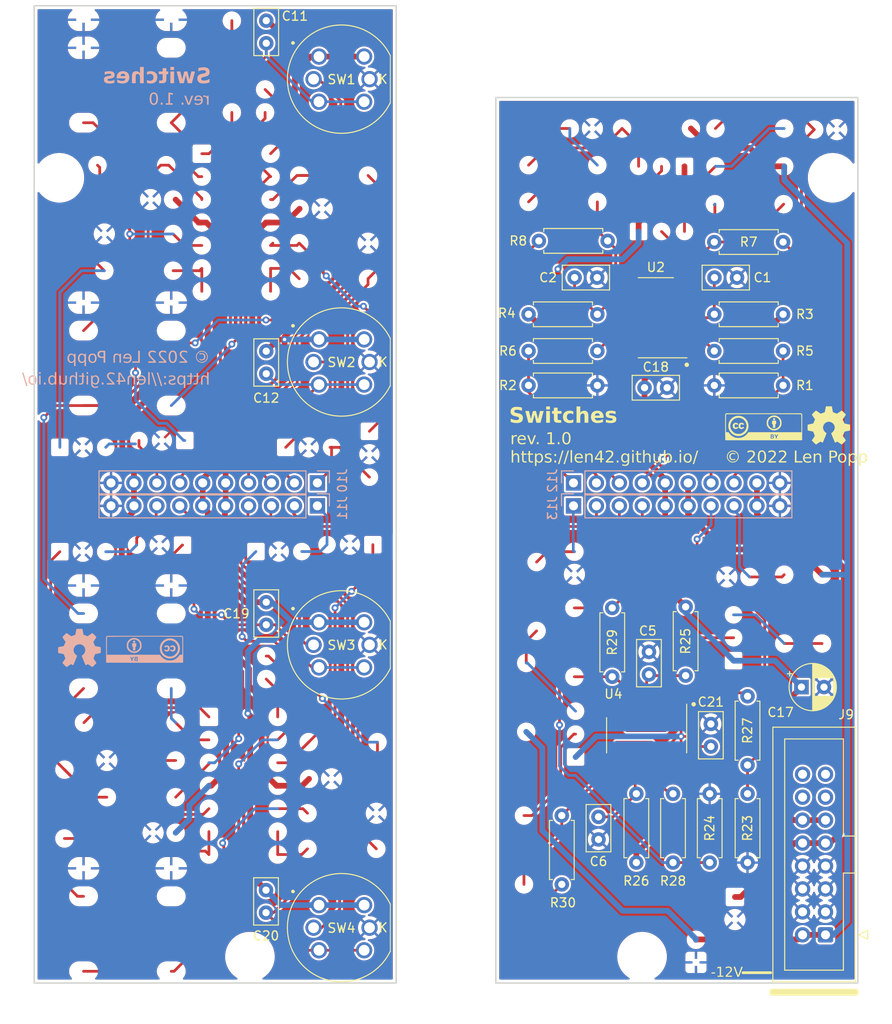
<source format=kicad_pcb>
(kicad_pcb (version 20221018) (generator pcbnew)
  (title_block (title "Switches") (date "2023-10-17") (rev "1.0") (company "Len Popp") (comment 1 "Copyright © 2023 Len Popp CC BY") (comment 2 "Board settings comply with requirements of OSH Park https://oshpark.com/") (comment 3 "Eurorack muting module - 8HP"))
  (layers (0 "F.Cu" signal) (31 "B.Cu" signal) (36 "B.SilkS" user "B.Silkscreen") (37 "F.SilkS" user "F.Silkscreen") (38 "B.Mask" user) (39 "F.Mask" user) (44 "Edge.Cuts" user))
  (property "MODULE" "Switches")
  (net 0 "")
  (net 1 "+12V")
  (net 2 "GND")
  (net 3 "-12V")
  (net 4 "+5V")
  (net 5 "Net-(U2A-~{S})")
  (net 6 "Net-(U2B-~{S})")
  (net 7 "Net-(U4A-~{S})")
  (net 8 "Net-(U4B-~{S})")
  (net 9 "SWITCH-1")
  (net 10 "SWITCH-2")
  (net 11 "SWITCH-3")
  (net 12 "SWITCH-4")
  (net 17 "Net-(U2A-C)")
  (net 18 "Net-(U2B-C)")
  (net 19 "LED-1")
  (net 20 "Net-(U2A-Q)")
  (net 21 "LED-2")
  (net 22 "Net-(U2B-Q)")
  (net 23 "Net-(U4A-C)")
  (net 24 "Net-(U4B-C)")
  (net 25 "LED-3")
  (net 26 "Net-(U4A-Q)")
  (net 27 "LED-4")
  (net 28 "Net-(U4B-Q)")
  (net 29 "Net-(U2A-D)")
  (net 30 "Net-(U2B-D)")
  (net 31 "Net-(U4A-D)")
  (net 32 "Net-(U4B-D)")
  (net 33 "MUTE-1")
  (net 34 "MUTE-2")
  (net 35 "MUTE-3")
  (net 36 "MUTE-4")
  (footprint "-lmp-misc:Logo_CC_BY" (layer "F.Cu") (at 181.229 83.439)
    (fp_text reference "G1" hide)
    (fp_text value "Logo_CC_BY" hide)
  )
  (footprint "-lmp-holes:MountingHole_PCB_3.2mm_M3" (layer "F.Cu") (at 188.876 55.88)
    (fp_text reference "H4" hide)
    (fp_text value "MountingHole_M3")
  )
  (footprint "-lmp-holes:MountingHole_PCB_3.2mm_M3" (layer "F.Cu") (at 103.224 55.88)
    (fp_text reference "H2" hide)
    (fp_text value "MountingHole_M3")
  )
  (footprint "-lmp-synth:IDC-Header-Eurorack-16-TH" (layer "F.Cu") (at 188.087 139.7 180)
    (fp_text reference "J9")
    (fp_text value "Conn_Eurorack_16")
  )
  (footprint "-lmp-misc:CP_Radial_D5.0mm_P2.50mm" (layer "F.Cu") (at 185.42 112.268)
    (fp_text reference "C17")
    (fp_text value "10U")
  )
  (footprint "-lmp-misc:Logo_OSHW" (layer "F.Cu") (at 188.468 83.312)
    (fp_text reference "G3" hide)
    (fp_text value "Logo_OSHW" hide)
  )
  (footprint "-lmp-misc:C_Disc_D5.0mm_W2.5mm_P2.50mm" (layer "F.Cu") (at 175.788 66.929)
    (fp_text reference "C1")
    (fp_text value "100N")
  )
  (footprint "-lmp-misc:C_Disc_D5.0mm_W2.5mm_P2.50mm" (layer "F.Cu") (at 126.138 38.481 -90)
    (fp_text reference "C11")
    (fp_text value "1N")
  )
  (footprint "-lmp-misc:R_Axial_DIN0207_L6.3mm_D2.5mm_P7.62mm_Horizontal" (layer "F.Cu") (at 167.132 131.699 90)
    (fp_text reference "R26")
    (fp_text value "10K")
  )
  (footprint "-lmp-misc:R_Axial_DIN0207_L6.3mm_D2.5mm_P7.62mm_Horizontal" (layer "F.Cu") (at 155.194 70.993)
    (fp_text reference "R4")
    (fp_text value "10K")
  )
  (footprint "Package_SO:SOIC-14_3.9x8.7mm_P1.27mm" (layer "F.Cu") (at 169.291 71.374 180)
    (fp_text reference "U2")
    (fp_text value "SN74HCS74")
  )
  (footprint "-lmp-misc:R_Axial_DIN0207_L6.3mm_D2.5mm_P7.62mm_Horizontal" (layer "F.Cu") (at 179.451 124.079 -90)
    (fp_text reference "R23")
    (fp_text value "10K")
  )
  (footprint "-lmp-misc:R_Axial_DIN0207_L6.3mm_D2.5mm_P7.62mm_Horizontal" (layer "F.Cu") (at 175.768 62.992)
    (fp_text reference "R7")
    (fp_text value "330R")
  )
  (footprint "-lmp-misc:C_Disc_D5.0mm_W2.5mm_P2.50mm" (layer "F.Cu") (at 162.941 126.639 -90)
    (fp_text reference "C6")
    (fp_text value "100N")
  )
  (footprint "-lmp-misc:R_Axial_DIN0207_L6.3mm_D2.5mm_P7.62mm_Horizontal" (layer "F.Cu") (at 179.451 120.904 90)
    (fp_text reference "R27")
    (fp_text value "1K")
  )
  (footprint "-lmp-misc:R_Axial_DIN0207_L6.3mm_D2.5mm_P7.62mm_Horizontal" (layer "F.Cu") (at 171.196 131.699 90)
    (fp_text reference "R28")
    (fp_text value "1K")
  )
  (footprint "-lmp-misc:C_Disc_D5.0mm_W2.5mm_P2.50mm" (layer "F.Cu") (at 168.529 110.871 90)
    (fp_text reference "C5")
    (fp_text value "100N")
  )
  (footprint "-lmp-misc:R_Axial_DIN0207_L6.3mm_D2.5mm_P7.62mm_Horizontal" (layer "F.Cu") (at 183.388 70.993 180)
    (fp_text reference "R3")
    (fp_text value "10K")
  )
  (footprint "-lmp-misc:R_Axial_DIN0207_L6.3mm_D2.5mm_P7.62mm_Horizontal" (layer "F.Cu") (at 155.194 78.867)
    (fp_text reference "R2")
    (fp_text value "10K")
  )
  (footprint "-lmp-misc:R_Axial_DIN0207_L6.3mm_D2.5mm_P7.62mm_Horizontal" (layer "F.Cu") (at 164.465 111.125 90)
    (fp_text reference "R29")
    (fp_text value "330R")
  )
  (footprint "-lmp-synth:SW_Push_LED_C&K_D6R" (layer "F.Cu") (at 131.98 136.408)
    (fp_text reference "SW4")
    (fp_text value "D6RLxxF1" hide)
  )
  (footprint "-lmp-synth:SW_Push_LED_C&K_D6R" (layer "F.Cu") (at 131.98 105.091333)
    (fp_text reference "SW3")
    (fp_text value "D6RLxxF1" hide)
  )
  (footprint "-lmp-holes:MountingHole_PCB_3.2mm_M3" (layer "F.Cu") (at 167.767 142.113)
    (fp_text reference "H9" hide)
    (fp_text value "MountingHole_M3")
  )
  (footprint "-lmp-misc:R_Axial_DIN0207_L6.3mm_D2.5mm_P7.62mm_Horizontal" (layer "F.Cu") (at 155.194 75.057)
    (fp_text reference "R6")
    (fp_text value "1K")
  )
  (footprint "Package_SO:SOIC-14_3.9x8.7mm_P1.27mm" (layer "F.Cu") (at 168.275 117.602 -90)
    (fp_text reference "U4")
    (fp_text value "SN74HCS74")
  )
  (footprint "-lmp-misc:C_Disc_D5.0mm_W2.5mm_P2.50mm" (layer "F.Cu") (at 175.387 118.852 90)
    (fp_text reference "C21")
    (fp_text value "100N")
  )
  (footprint "-lmp-misc:R_Axial_DIN0207_L6.3mm_D2.5mm_P7.62mm_Horizontal" (layer "F.Cu") (at 183.388 78.867 180)
    (fp_text reference "R1")
    (fp_text value "10K")
  )
  (footprint "-lmp-misc:R_Axial_DIN0207_L6.3mm_D2.5mm_P7.62mm_Horizontal" (layer "F.Cu") (at 163.957 62.865 180)
    (fp_text reference "R8")
    (fp_text value "330R")
  )
  (footprint "-lmp-holes:MountingHole_PCB_3.2mm_M3" (layer "F.Cu") (at 124.333 142.113)
    (fp_text reference "H7" hide)
    (fp_text value "MountingHole_M3")
  )
  (footprint "-lmp-misc:R_Axial_DIN0207_L6.3mm_D2.5mm_P7.62mm_Horizontal" (layer "F.Cu") (at 183.388 75.057 180)
    (fp_text reference "R5")
    (fp_text value "1K")
  )
  (footprint "-lmp-misc:R_Axial_DIN0207_L6.3mm_D2.5mm_P7.62mm_Horizontal" (layer "F.Cu") (at 158.877 126.492 -90)
    (fp_text reference "R30")
    (fp_text value "330R")
  )
  (footprint "-lmp-misc:C_Disc_D5.0mm_W2.5mm_P2.50mm" (layer "F.Cu") (at 160.294 66.929)
    (fp_text reference "C2")
    (fp_text value "100N")
  )
  (footprint "-lmp-synth:SW_Push_LED_C&K_D6R" (layer "F.Cu") (at 131.98 42.458)
    (fp_text reference "SW1")
    (fp_text value "D6RLxxF1" hide)
  )
  (footprint "-lmp-misc:C_Disc_D5.0mm_W2.5mm_P2.50mm" (layer "F.Cu") (at 168.041 79.121)
    (fp_text reference "C18")
    (fp_text value "100N")
  )
  (footprint "-lmp-misc:R_Axial_DIN0207_L6.3mm_D2.5mm_P7.62mm_Horizontal" (layer "F.Cu") (at 175.26 131.699 90)
    (fp_text reference "R24")
    (fp_text value "10K")
  )
  (footprint "-lmp-misc:C_Disc_D5.0mm_W2.5mm_P2.50mm" (layer "F.Cu") (at 126.138 102.87 -90)
    (fp_text reference "C19")
    (fp_text value "1N")
  )
  (footprint "-lmp-misc:C_Disc_D5.0mm_W2.5mm_P2.50mm" (layer "F.Cu") (at 126.111 134.747 -90)
    (fp_text reference "C20")
    (fp_text value "1N")
  )
  (footprint "-lmp-synth:SW_Push_LED_C&K_D6R" (layer "F.Cu") (at 131.98 73.774667)
    (fp_text reference "SW2")
    (fp_text value "D6RLxxF1" hide)
  )
  (footprint "-lmp-misc:C_Disc_D5.0mm_W2.5mm_P2.50mm" (layer "F.Cu") (at 126.138 75.077 -90)
    (fp_text reference "C12")
    (fp_text value "1N")
  )
  (footprint "-lmp-misc:R_Axial_DIN0207_L6.3mm_D2.5mm_P7.62mm_Horizontal" (layer "F.Cu") (at 172.593 103.378 -90)
    (fp_text reference "R25")
    (fp_text value "10K")
  )
  (footprint "Connector_PinSocket_2.54mm:PinSocket_1x10_P2.54mm_Vertical" (layer "B.Cu") (at 131.8022 89.662 90)
    (fp_text reference "J10")
    (fp_text value "Conn_Front_Top")
  )
  (footprint "Connector_PinSocket_2.54mm:PinSocket_1x10_P2.54mm_Vertical" (layer "B.Cu") (at 131.8022 92.202 90)
    (fp_text reference "J11")
    (fp_text value "Conn_Front_Bottom")
  )
  (footprint "Connector_PinHeader_2.54mm:PinHeader_1x10_P2.54mm_Vertical" (layer "B.Cu") (at 160.1724 89.662 -90)
    (fp_text reference "J12")
    (fp_text value "Conn_Back_Top")
  )
  (footprint "Connector_PinHeader_2.54mm:PinHeader_1x10_P2.54mm_Vertical" (layer "B.Cu") (at 160.1724 92.202 -90)
    (fp_text reference "J13")
    (fp_text value "Conn_Back_Bottom")
  )
  (footprint "-lmp-misc:Logo_OSHW" (layer "B.Cu") (at 105.437 107.95 180)
    (fp_text reference "G5" hide)
    (fp_text value "Logo_OSHW" hide)
  )
  (footprint "-lmp-misc:Logo_CC_BY" (layer "B.Cu") (at 112.676 108.077 180)
    (fp_text reference "G6" hide)
    (fp_text value "Logo_CC_BY" hide)
  )
  (gr_circle (center 173.482 114.173) (end 173.661605 114.173) (stroke (width 0.127)) (fill solid) (layer "F.SilkS"))
  (gr_line (start 182.0164 143.891) (end 178.943 143.891) (stroke (width 0.3048)) (layer "F.SilkS"))
  (gr_circle (center 172.72 76.581) (end 172.899605 76.581) (stroke (width 0.127)) (fill solid) (layer "F.SilkS"))
  (gr_line (start 151.570004 145.034) (end 151.570004 46.99) (stroke (width 0.1524)) (layer "Edge.Cuts"))
  (gr_line (start 151.570004 46.99) (end 191.67 46.99) (stroke (width 0.1524)) (layer "Edge.Cuts"))
  (gr_line (start 140.529996 36.83) (end 140.529996 145.034) (stroke (width 0.1524)) (layer "Edge.Cuts"))
  (gr_line (start 140.529996 145.034) (end 100.43 145.034) (stroke (width 0.1524)) (layer "Edge.Cuts"))
  (gr_line (start 100.43 36.83) (end 140.529996 36.83) (stroke (width 0.1524)) (layer "Edge.Cuts"))
  (gr_line (start 191.67 145.034) (end 151.570004 145.034) (stroke (width 0.1524)) (layer "Edge.Cuts"))
  (gr_line (start 191.67 46.99) (end 191.67 145.034) (stroke (width 0.1524)) (layer "Edge.Cuts"))
  (gr_line (start 100.43 145.034) (end 100.43 36.83) (stroke (width 0.1524)) (layer "Edge.Cuts"))
  (gr_text "rev. ${REVISION}" (at 119.915 47.244) (layer "B.SilkS") (effects (font (size 1.3 1.3)) (justify left mirror)))
  (gr_text "${MODULE}" (at 120.042 44.704) (layer "B.SilkS") (effects (font (size 1.7 1.7) (thickness 0.34) bold) (justify left mirror)))
  (gr_text "© 2022 Len Popp" (at 119.915 75.819) (layer "B.SilkS") (effects (font (size 1.3 1.3)) (justify left mirror)))
  (gr_text "https://len42.github.io/" (at 119.915 78.232) (layer "B.SilkS") (effects (font (size 1.3 1.3)) (justify left mirror)))
  (gr_text "© 2022 Len Popp" (at 176.911 86.868) (layer "F.SilkS") (effects (font (size 1.3 1.3)) (justify left)))
  (gr_text "-12V" (at 178.943 143.891) (layer "F.SilkS") (effects (font (size 1.1 1.1)) (justify right)))
  (gr_text "${MODULE}" (at 153.035 82.296) (layer "F.SilkS") (effects (font (size 1.7 1.7) (thickness 0.34) bold) (justify left)))
  (gr_text "https://len42.github.io/" (at 153.162 86.868) (layer "F.SilkS") (effects (font (size 1.3 1.3)) (justify left)))
  (gr_text "rev. ${REVISION}" (at 153.162 84.836) (layer "F.SilkS") (effects (font (size 1.3 1.3)) (justify left)))
  (segment (start 118.618 55.753) (end 117.094 54.229) (width 0.3048) (layer "F.Cu") (net 0))
  (segment (start 163.3982 52.578) (end 165.5572 50.419) (width 0.3048) (layer "F.Cu") (net 0))
  (segment (start 171.725 63.627) (end 173.228 63.627) (width 0.3048) (layer "F.Cu") (net 0))
  (segment (start 106.961 49.784) (end 105.9 49.784) (width 0.3048) (layer "F.Cu") (net 0))
  (segment (start 135.5995 101.6635) (end 137.949 99.314) (width 0.3048) (layer "F.Cu") (net 0))
  (segment (start 119.788 130.81) (end 119.407 130.429) (width 0.3048) (layer "F.Cu") (net 0))
  (segment (start 122.328 43.0735) (end 122.328 38.481) (width 0.3048) (layer "F.Cu") (net 0))
  (segment (start 112.93 141.605) (end 110.801 143.734) (width 0.3048) (layer "F.Cu") (net 0))
  (segment (start 139.192 57.404) (end 137.414 55.626) (width 0.3048) (layer "F.Cu") (net 0))
  (segment (start 123.317 73.306) (end 123.317 58.928) (width 0.3048) (layer "F.Cu") (net 0))
  (segment (start 126.873 58.293) (end 129.54 55.626) (width 0.3048) (layer "F.Cu") (net 0))
  (segment (start 127.408 130.81) (end 130.075 130.81) (width 0.3048) (layer "F.Cu") (net 0))
  (segment (start 130.202 111.379) (end 130.202 110.744) (width 0.3048) (layer "F.Cu") (net 0))
  (segment (start 139.473 82.042) (end 137.568 83.947) (width 0.3048) (layer "F.Cu") (net 0))
  (segment (start 111.506 59.536) (end 111.506 57.431) (width 0.3048) (layer "F.Cu") (net 0))
  (segment (start 115.9302 143.734) (end 115.6175 143.734) (width 0.3048) (layer "F.Cu") (net 0))
  (segment (start 132.7785 66.7385) (end 132.461 66.421) (width 0.3048) (layer "F.Cu") (net 0))
  (segment (start 114.073 105.537) (end 116.613 105.537) (width 0.3048) (layer "F.Cu") (net 0))
  (segment (start 170.561 105.283) (end 163.83 105.283) (width 0.3048) (layer "F.Cu") (net 0))
  (segment (start 137.949 99.314) (end 137.949 96.499) (width 0.3048) (layer "F.Cu") (net 0))
  (segment (start 130.202 110.744) (end 127.662 108.204) (width 0.3048) (layer "F.Cu") (net 0))
  (segment (start 121.312 129.54) (end 121.439 129.667) (width 0.3048) (layer "F.Cu") (net 0))
  (segment (start 119.788 53.213) (end 118.999 53.213) (width 0.3048) (layer "F.Cu") (net 0))
  (segment (start 127.53975 71.628) (end 131.445 67.72275) (width 0.3048) (layer "F.Cu") (net 0))
  (segment (start 104.14 126.365) (end 102.108 128.397) (width 0.3048) (layer "F.Cu") (net 0))
  (segment (start 130.075 130.81) (end 130.71 130.175) (width 0.3048) (layer "F.Cu") (net 0))
  (segment (start 117.094 54.229) (end 117.094 51.2605) (width 0.3048) (layer "F.Cu") (net 0))
  (segment (start 120.296 109.22) (end 120.296 110.236) (width 0.3048) (layer "F.Cu") (net 0))
  (segment (start 110.801 143.734) (end 105.9 143.734) (width 0.3048) (layer "F.Cu") (net 0))
  (segment (start 122.328 50.673) (end 119.788 53.213) (width 0.3048) (layer "F.Cu") (net 0))
  (segment (start 111.025 61.595) (end 111.025 67.675667) (width 0.3048) (layer "F.Cu") (net 0))
  (segment (start 127.027 107.188) (end 123.979 107.188) (width 0.3048) (layer "F.Cu") (net 0))
  (segment (start 126.619 63.373) (end 129.54 63.373) (width 0.3048) (layer "F.Cu") (net 0))
  (segment (start 102.262 119.888) (end 106.834 124.46) (width 0.3048) (layer "F.Cu") (net 0))
  (segment (start 106.426 58.955) (end 106.426 64.389) (width 0.3048) (layer "F.Cu") (net 0))
  (segment (start 105.31 118.618) (end 110.644 118.618) (width 0.3048) (layer "F.Cu") (net 0))
  (segment (start 187.706 107.442) (end 183.515 107.442) (width 0.3048) (layer "F.Cu") (net 0))
  (segment (start 175.833 59.879) (end 175.833 58.801) (width 0.3048) (layer "F.Cu") (net 0))
  (segment (start 111.025 67.675667) (end 105.9 72.800667) (width 0.3048) (layer "F.Cu") (net 0))
  (segment (start 131.445 64.77) (end 129.794 63.119) (width 0.3048) (layer "F.Cu") (net 0))
  (segment (start 155.194 54.483) (end 157.099 52.578) (width 0.3048) (layer "F.Cu") (net 0))
  (segment (start 124.841 50.4698) (end 126.011 49.2998) (width 0.3048) (layer "F.Cu") (net 0))
  (segment (start 126.619 55.753) (end 124.841 53.975) (width 0.3048) (layer "F.Cu") (net 0))
  (segment (start 132.361 113.538) (end 130.202 111.379) (width 0.3048) (layer "F.Cu") (net 0))
  (segment (start 110.263 53.086) (end 106.961 49.784) (width 0.3048) (layer "F.Cu") (net 0))
  (segment (start 154.94 107.188) (end 156.083 106.045) (width 0.3048) (layer "F.Cu") (net 0))
  (segment (start 160.2105 117.475) (end 158.75 118.9355) (width 0.3048) (layer "F.Cu") (net 0))
  (segment (start 113.057 61.087) (end 111.506 59.536) (width 0.3048) (layer "F.Cu") (net 0))
  (segment (start 118.999 55.753) (end 118.618 55.753) (width 0.3048) (layer "F.Cu") (net 0))
  (segment (start 154.94 109.601) (end 154.94 107.188) (width 0.3048) (layer "F.Cu") (net 0))
  (segment (start 105.9 112.417333) (end 103.659 114.658333) (width 0.3048) (layer "F.Cu") (net 0))
  (segment (start 118.999 58.1525) (end 115.3295 54.483) (width 0.3048) (layer "F.Cu") (net 0))
  (segment (start 113.184 100.203) (end 113.184 104.648) (width 0.3048) (layer "F.Cu") (net 0))
  (segment (start 126.873 63.119) (end 126.619 63.373) (width 0.3048) (layer "F.Cu") (net 0))
  (segment (start 116.105 116.205) (end 118.01 118.11) (width 0.3048) (layer "F.Cu") (net 0))
  (segment (start 162.052 103.505) (end 160.274 103.505) (width 0.3048) (layer "F.Cu") (net 0))
  (segment (start 160.401 117.475) (end 160.2105 117.475) (width 0.3048) (layer "F.Cu") (net 0))
  (segment (start 158.75 118.9355) (end 158.75 123.317) (width 0.3048) (layer "F.Cu") (net 0))
  (segment (start 110.644 118.618) (end 112.422 120.396) (width 0.3048) (layer "F.Cu") (net 0))
  (segment (start 116.867 96.541) (end 116.846 96.541) (width 0.3048) (layer "F.Cu") (net 0))
  (segment (start 132.461 66.421) (end 132.461 61.976) (width 0.3048) (layer "F.Cu") (net 0))
  (segment (start 169.926 55.118) (end 169.926 54.61) (width 0.3048) (layer "F.Cu") (net 0))
  (segment (start 123.09 112.903) (end 123.09 117.983) (width 0.3048) (layer "F.Cu") (net 0))
  (segment (start 119.788 115.57) (end 118.772 114.554) (width 0.3048) (layer "F.Cu") (net 0))
  (segment (start 130.075 83.947) (end 131.345 83.947) (width 0.3048) (layer "F.Cu") (net 0))
  (segment (start 128.551 120.65) (end 133.758 115.443) (width 0.3048) (layer "F.Cu") (net 0))
  (segment (start 126.619 55.753) (end 126.492 55.753) (width 0.3048) (layer "F.Cu") (net 0))
  (segment (start 129.54 63.373) (end 129.794 63.119) (width 0.3048) (layer "F.Cu") (net 0))
  (segment (start 177.906 106.807) (end 172.085 106.807) (width 0.3048) (layer "F.Cu") (net 0))
  (segment (start 131.445 67.72275) (end 131.445 64.77) (width 0.3048) (layer "F.Cu") (net 0))
  (segment (start 106.834 124.46) (end 108.485 124.46) (width 0.3048) (layer "F.Cu") (net 0))
  (segment (start 118.772 114.554) (end 107.596 114.554) (width 0.3048) (layer "F.Cu") (net 0))
  (segment (start 133.758 115.443) (end 133.758 103.505) (width 0.3048) (layer "F.Cu") (net 0))
  (segment (start 158.75 123.317) (end 155.575 126.492) (width 0.3048) (layer "F.Cu") (net 0))
  (segment (start 134.112 58.42) (end 131.318 55.626) (width 0.3048) (layer "F.Cu") (net 0))
  (segment (start 107.696 54.737) (end 107.696 57.685) (width 0.3048) (layer "F.Cu") (net 0))
  (segment (start 123.09 136.5742) (end 115.9302 143.734) (width 0.3048) (layer "F.Cu") (net 0))
  (segment (start 118.745 66.167) (end 118.999 65.913) (width 0.3048) (layer "F.Cu") (net 0))
  (segment (start 172.085 106.807) (end 170.561 105.283) (width 0.3048) (layer "F.Cu") (net 0))
  (segment (start 126.492 55.753) (end 123.317 58.928) (width 0.3048) (layer "F.Cu") (net 0))
  (segment (start 119.788 125.73) (end 119.153 126.365) (width 0.3048) (layer "F.Cu") (net 0))
  (segment (start 127.408 128.27) (end 127.408 130.81) (width 0.3048) (layer "F.Cu") (net 0))
  (segment (start 111.66 77.47) (end 111.66 69.85) (width 0.3048) (layer "F.Cu") (net 0))
  (segment (start 118.999 63.373) (end 117.094 63.373) (width 0.3048) (layer "F.Cu") (net 0))
  (segment (start 103.278 97.282) (end 102.262 98.298) (width 0.3048) (layer "F.Cu") (net 0))
  (segment (start 128.297 85.725) (end 130.075 83.947) (width 0.3048) (layer "F.Cu") (net 0))
  (segment (start 114.454 54.483) (end 115.3295 54.483) (width 0.3048) (layer "F.Cu") (net 0))
  (segment (start 126.138 108.839) (end 126.392 108.839) (width 0.3048) (layer "F.Cu") (net 0))
  (segment (start 116.613 105.537) (end 120.296 109.22) (width 0.3048) (layer "F.Cu") (net 0))
  (segment (start 108.358 130.429) (end 106.961 129.032) (width 0.3048) (layer "F.Cu") (net 0))
  (segment (start 102.262 98.298) (end 102.262 119.888) (width 0.3048) (layer "F.Cu") (net 0))
  (segment (start 107.442 54.483) (end 107.696 54.737) (width 0.3048) (layer "F.Cu") (net 0))
  (segment (start 174.244 61.468) (end 175.833 59.879) (width 0.3048) (layer "F.Cu") (net 0))
  (segment (start 119.788 120.777) (end 119.788 120.65) (width 0.3048) (layer "F.Cu") (net 0))
  (segment (start 119.788 130.81) (end 119.788 128.27) (width 0.3048) (layer "F.Cu") (net 0))
  (segment (start 126.392 108.839) (end 129.059 111.506) (width 0.3048) (layer "F.Cu") (net 0))
  (segment (start 128.551 120.65) (end 130.837 118.364) (width 0.3048) (layer "F.Cu") (net 0))
  (segment (start 137.414 67.056) (end 139.192 65.278) (width 0.3048) (layer "F.Cu") (net 0))
  (segment (start 155.575 126.492) (end 154.686 126.492) (width 0.3048) (layer "F.Cu") (net 0))
  (segment (start 126.619 58.293) (end 126.873 58.293) (width 0.3048) (layer "F.Cu") (net 0))
  (segment (start 155.194 58.547) (end 156.845 56.896) (width 0.3048) (layer "F.Cu") (net 0))
  (segment (start 122.328 74.295) (end 123.317 73.306) (width 0.3048) (layer "F.Cu") (net 0))
  (segment (start 111.66 69.85) (end 113.057 68.453) (width 0.3048) (layer "F.Cu") (net 0))
  (segment (start 118.264 74.168) (end 114.835 74.168) (width 0.3048) (layer "F.Cu") (net 0))
  (segment (start 103.659 114.658333) (end 103.659 117.221) (width 0.3048) (layer "F.Cu") (net 0))
  (segment (start 102.822333 81.100667) (end 109.807333 81.100667) (width 0.3048) (layer "F.Cu") (net 0))
  (segment (start 131.345 83.947) (end 135.155 80.137) (width 0.3048) (layer "F.Cu") (net 0))
  (segment (start 110.263 60.833) (end 110.263 53.086) (width 0.3048) (layer "F.Cu") (net 0))
  (segment (start 136.298 125.603) (end 138.457 123.444) (width 0.3048) (layer "F.Cu") (net 0))
  (segment (start 169.926 61.828) (end 171.725 63.627) (width 0.3048) (layer "F.Cu") (net 0))
  (segment (start 121.439 111.379) (end 121.566 111.379) (width 0.3048) (layer "F.Cu") (net 0))
  (segment (start 135.155 80.137) (end 135.155 69.95) (width 0.3048) (layer "F.Cu") (net 0))
  (segment (start 119.407 130.429) (end 108.358 130.429) (width 0.3048) (layer "F.Cu") (net 0))
  (segment (start 126.619 65.913) (end 126.619 68.453) (width 0.3048) (layer "F.Cu") (net 0))
  (segment (start 121.439 129.667) (end 121.439 136.2194) (width 0.3048) (layer "F.Cu") (net 0))
  (segment (start 156.845 56.896) (end 168.148 56.896) (width 0.3048) (layer "F.Cu") (net 0))
  (segment (start 134.112 60.325) (end 134.112 58.42) (width 0.3048) (layer "F.Cu") (net 0))
  (segment (start 102.108 132.307) (end 105.235 135.434) (width 0.3048) (layer "F.Cu") (net 0))
  (segment (start 117.094 51.2605) (end 115.6175 49.784) (width 0.3048) (layer "F.Cu") (net 0))
  (segment (start 116.105 124.46) (end 119.788 120.777) (width 0.3048) (layer "F.Cu") (net 0))
  (segment (start 112.93 76.073) (end 112.93 77.978) (width 0.3048) (layer "F.Cu") (net 0))
  (segment (start 117.094 63.373) (end 115.824 62.103) (width 0.3048) (layer "F.Cu") (net 0))
  (segment (start 113.057 68.453) (end 113.057 61.087) (width 0.3048) (layer "F.Cu") (net 0))
  (segment (start 112.422 120.396) (end 116.105 120.396) (width 0.3048) (layer "F.Cu") (net 0))
  (segment (start 105.235 135.434) (end 105.9 135.434) (width 0.3048) (layer "F.Cu") (net 0))
  (segment (start 107.596 114.554) (end 105.945 116.205) (width 0.3048) (layer "F.Cu") (net 0))
  (segment (start 136.298 128.143) (end 136.298 125.603) (width 0.3048) (layer "F.Cu") (net 0))
  (segment (start 173.863 58.293) (end 172.466 59.69) (width 0.3048) (layer "F.Cu") (net 0))
  (segment (start 173.863 56.642) (end 173.863 58.293) (width 0.3048) (layer "F.Cu") (net 0))
  (segment (start 132.461 61.976) (end 134.112 60.325) (width 0.3048) (layer "F.Cu") (net 0))
  (segment (start 122.328 48.641) (end 122.328 50.673) (width 0.3048) (layer "F.Cu") (net 0))
  (segment (start 127.408 112.649) (end 127.408 115.57) (width 0.3048) (layer "F.Cu") (net 0))
  (segment (start 133.758 113.411) (end 133.758 103.505) (width 0.3048) (layer "F.Cu") (net 0))
  (segment (start 126.011 49.2998) (end 126.011 48.641) (width 0.3048) (layer "F.Cu") (net 0))
  (segment (start 109.807333 81.100667) (end 105.9 81.100667) (width 0.3048) (layer "F.Cu") (net 0))
  (segment (start 126.138 111.379) (end 127.408 112.649) (width 0.3048) (layer "F.Cu") (net 0))
  (segment (start 121.566 111.379) (end 123.09 112.903) (width 0.3048) (layer "F.Cu") (net 0))
  (segment (start 106.426 64.389) (end 108.204 66.167) (width 0.3048) (layer "F.Cu") (net 0))
  (segment (start 115.6175 49.784) (end 122.328 43.0735) (width 0.3048) (layer "F.Cu") (net 0))
  (segment (start 127.662 108.204) (end 127.662 107.823) (width 0.3048) (layer "F.Cu") (net 0))
  (segment (start 123.317 58.928) (end 123.317 60.579) (width 0.3048) (layer "F.Cu") (net 0))
  (segment (start 127.789 47.879) (end 127.789 52.043) (width 0.3048) (layer "F.Cu") (net 0))
  (segment (start 168.148 56.896) (end 169.926 55.118) (width 0.3048) (layer "F.Cu") (net 0))
  (segment (start 102.108 128.397) (end 102.108 132.307) (width 0.3048) (layer "F.Cu") (net 0))
  (segment (start 112.93 77.978) (end 109.807333 81.100667) (width 0.3048) (layer "F.Cu") (net 0))
  (segment (start 118.01 118.11) (end 119.788 118.11) (width 0.3048) (layer "F.Cu") (net 0))
  (segment (start 123.979 107.188) (end 123.471 106.68) (width 0.3048) (layer "F.Cu") (net 0))
  (segment (start 116.0534 141.605) (end 112.93 141.605) (width 0.3048) (layer "F.Cu") (net 0))
  (segment (start 104.14 126.365) (end 119.153 126.365) (width 0.3048) (layer "F.Cu") (net 0))
  (segment (start 135.155 69.95) (end 137.414 67.691) (width 0.3048) (layer "F.Cu") (net 0))
  (segment (start 163.83 105.283) (end 162.052 103.505) (width 0.3048) (layer "F.Cu") (net 0))
  (segment (start 123.09 120.777) (end 123.09 136.5742) (width 0.3048) (layer "F.Cu") (net 0))
  (segment (start 118.999 65.913) (end 118.999 68.453) (width 0.3048) (layer "F.Cu") (net 0))
  (segment (start 129.059 116.459) (end 127.408 118.11) (width 0.3048) (layer "F.Cu") (net 0))
  (segment (start 165.5572 50.419) (end 167.386 52.2478) (width 0.3048) (layer "F.Cu") (net 0))
  (segment (start 139.192 65.278) (end 139.192 57.404) (width 0.3048) (layer "F.Cu") (net 0))
  (segment (start 137.414 67.691) (end 137.414 67.056) (width 0.3048) (layer "F.Cu") (net 0))
  (segment (start 112.422 120.396) (end 112.422 126.365) (width 0.3048) (layer "F.Cu") (net 0))
  (segment (start 138.457 123.444) (end 138.457 118.364) (width 0.3048) (layer "F.Cu") (net 0))
  (segment (start 107.696 57.685) (end 106.426 58.955) (width 0.3048) (layer "F.Cu") (net 0))
  (segment (start 128.651 65.913) (end 126.619 65.913) (width 0.3048) (layer "F.Cu") (net 0))
  (segment (start 112.422 125.857) (end 112.422 126.365) (width 0.3048) (layer "F.Cu") (net 0))
  (segment (start 136.906 70.104) (end 139.473 72.671) (width 0.3048) (layer "F.Cu") (net 0))
  (segment (start 111.506 57.431) (end 114.454 54.483) (width 0.3048) (layer "F.Cu") (net 0))
  (segment (start 113.184 104.648) (end 114.073 105.537) (width 0.3048) (layer "F.Cu") (net 0))
  (segment (start 167.386 52.2478) (end 167.386 54.61) (width 0.3048) (layer "F.Cu") (net 0))
  (segment (start 111.025 62.103) (end 111.025 61.595) (width 0.3048) (layer "F.Cu") (net 0))
  (segment (start 174.244 62.611) (end 174.244 61.468) (width 0.3048) (layer "F.Cu") (net 0))
  (segment (start 103.786 121.412) (end 106.834 124.46) (width 0.3048) (layer "F.Cu") (net 0))
  (segment (start 130.202 125.73) (end 127.408 125.73) (width 0.3048) (layer "F.Cu") (net 0))
  (segment (start 119.153 126.365) (end 112.422 126.365) (width 0.3048) (layer "F.Cu") (net 0))
  (segment (start 118.999 58.293) (end 118.999 58.1525) (width 0.3048) (layer "F.Cu") (net 0))
  (segment (start 130.71 126.238) (end 130.202 125.73) (width 0.3048) (layer "F.Cu") (net 0))
  (segment (start 139.473 72.671) (end 139.473 82.042) (width 0.3048) (layer "F.Cu") (net 0))
  (segment (start 120.296 110.236) (end 121.439 111.379) (width 0.3048) (layer "F.Cu") (net 0))
  (segment (start 129.794 67.056) (end 128.651 65.913) (width 0.3048) (layer "F.Cu") (net 0))
  (segment (start 129.54 55.626) (end 131.318 55.626) (width 0.3048) (layer "F.Cu") (net 0))
  (segment (start 106.961 129.032) (end 103.786 129.032) (width 0.3048) (layer "F.Cu") (net 0))
  (segment (start 124.841 53.975) (end 124.841 50.4698) (width 0.3048) (layer "F.Cu") (net 0))
  (segment (start 115.824 66.167) (end 118.745 66.167) (width 0.3048) (layer "F.Cu") (net 0))
  (segment (start 157.099 52.578) (end 163.3982 52.578) (width 0.3048) (layer "F.Cu") (net 0))
  (segment (start 114.835 74.168) (end 112.93 76.073) (width 0.3048) (layer "F.Cu") (net 0))
  (segment (start 129.059 111.506) (end 129.059 116.459) (width 0.3048) (layer "F.Cu") (net 0))
  (segment (start 126.011 46.101) (end 127.789 47.879) (width 0.3048) (layer "F.Cu") (net 0))
  (segment (start 127.789 52.043) (end 126.619 53.213) (width 0.3048) (layer "F.Cu") (net 0))
  (segment (start 138.33 130.175) (end 136.298 128.143) (width 0.3048) (layer "F.Cu") (net 0))
  (segment (start 173.228 63.627) (end 174.244 62.611) (width 0.3048) (layer "F.Cu") (net 0))
  (segment (start 105.183 118.745) (end 105.31 118.618) (width 0.3048) (layer "F.Cu") (net 0))
  (segment (start 111.025 61.595) (end 110.263 60.833) (width 0.3048) (layer "F.Cu") (net 0))
  (segment (start 126.111 71.628) (end 127.53975 71.628) (width 0.3048) (layer "F.Cu") (net 0))
  (segment (start 115.3295 54.483) (end 115.062 54.483) (width 0.3048) (layer "F.Cu") (net 0))
  (segment (start 131.318 55.626) (end 129.794 55.626) (width 0.3048) (layer "F.Cu") (net 0))
  (segment (start 127.662 107.823) (end 127.027 107.188) (width 0.3048) (layer "F.Cu") (net 0))
  (segment (start 172.466 59.69) (end 172.466 61.828) (width 0.3048) (layer "F.Cu") (net 0))
  (segment (start 127.408 120.65) (end 128.551 120.65) (width 0.3048) (layer "F.Cu") (net 0))
  (segment (start 175.895 54.61) (end 173.863 56.642) (width 0.3048) (layer "F.Cu") (net 0))
  (segment (start 121.439 136.2194) (end 116.0534 141.605) (width 0.3048) (layer "F.Cu") (net 0))
  (segment (start 116.846 96.541) (end 113.184 100.203) (width 0.3048) (layer "F.Cu") (net 0))
  (segment (start 102.822333 81.100667) (end 101.5 82.423) (width 0.3048) (layer "F.Cu") (net 0))
  (segment (start 103.659 117.221) (end 105.183 118.745) (width 0.3048) (layer "F.Cu") (net 0))
  (via (at 132.361 113.538) (size 0.762) (drill 0.381) (layers "F.Cu" "B.Cu") (net 0))
  (via (at 111.66 77.47) (size 0.762) (drill 0.381) (layers "F.Cu" "B.Cu") (net 0))
  (via (at 132.7785 66.7385) (size 0.762) (drill 0.381) (layers "F.Cu" "B.Cu") (net 0))
  (via (at 123.09 117.983) (size 0.762) (drill 0.381) (layers "F.Cu" "B.Cu") (net 0))
  (via (at 126.111 71.628) (size 0.762) (drill 0.381) (layers "F.Cu" "B.Cu") (net 0))
  (via (at 122.328 74.295) (size 0.762) (drill 0.381) (layers "F.Cu" "B.Cu") (net 0))
  (via (at 135.5995 101.6635) (size 0.762) (drill 0.381) (layers "F.Cu" "B.Cu") (net 0))
  (via (at 118.264 74.168) (size 0.762) (drill 0.381) (layers "F.Cu" "B.Cu") (net 0))
  (via (at 101.5 82.423) (size 0.762) (drill 0.381) (layers "F.Cu" "B.Cu") (net 0))
  (via (at 123.471 106.68) (size 0.762) (drill 0.381) (layers "F.Cu" "B.Cu") (net 0))
  (via (at 123.09 120.777) (size 0.762) (drill 0.381) (layers "F.Cu" "B.Cu") (net 0))
  (via (at 111.025 62.103) (size 0.762) (drill 0.381) (layers "F.Cu" "B.Cu") (net 0))
  (via (at 121.312 129.54) (size 0.762) (drill 0.381) (layers "F.Cu" "B.Cu") (net 0))
  (via (at 133.758 103.505) (size 0.762) (drill 0.381) (layers "F.Cu" "B.Cu") (net 0))
  (via (at 136.906 70.104) (size 0.762) (drill 0.381) (layers "F.Cu" "B.Cu") (net 0))
  (segment (start 115.6175 81.100667) (end 122.328 74.390167) (width 0.3048) (layer "B.Cu") (net 0))
  (segment (start 121.312 129.286) (end 124.868 125.73) (width 0.3048) (layer "B.Cu") (net 0))
  (segment (start 115.824 62.103) (end 111.025 62.103) (width 0.3048) (layer "B.Cu") (net 0))
  (segment (start 111.66 80.518) (end 114.2 83.058) (width 0.3048) (layer "B.Cu") (net 0))
  (segment (start 125.757 118.11) (end 127.408 118.11) (width 0.3048) (layer "B.Cu") (net 0))
  (segment (start 115.089 83.058) (end 116.994 84.963) (width 0.3048) (layer "B.Cu") (net 0))
  (segment (start 175.895 54.61) (end 177.673 54.61) (width 0.3048) (layer "B.Cu") (net 0))
  (segment (start 124.868 125.73) (end 127.408 125.73) (width 0.3048) (layer "B.Cu") (net 0))
  (segment (start 136.144 70.104) (end 136.906 70.104) (width 0.3048) (layer "B.Cu") (net 0))
  (segment (start 180.34 104.267) (end 183.515 107.442) (width 0.3048) (layer "B.Cu") (net 0))
  (segment (start 123.09 117.983) (end 120.423 120.65) (width 0.3048) (layer "B.Cu") (net 0))
  (segment (start 122.328 74.390167) (end 122.328 74.295) (width 0.3048) (layer "B.Cu") (net 0))
  (segment (start 160.401 114.935) (end 155.067 109.601) (width 0.3048) (layer "B.Cu") (net 0))
  (segment (start 101.5 82.423) (end 101.5 100.33) (width 0.3048) (layer "B.Cu") (net 0))
  (segment (start 103.278 68.58) (end 103.278 85.725) (width 0.3048) (layer "B.Cu") (net 0))
  (segment (start 111.66 77.47) (end 111.66 80.518) (width 0.3048) (layer "B.Cu") (net 0))
  (segment (start 115.6175 115.7175) (end 116.105 116.205) (width 0.3048) (layer "B.Cu") (net 0))
  (segment (start 132.361 113.538) (end 137.187 118.364) (width 0.3048) (layer "B.Cu") (net 0))
  (segment (start 124.995 97.261) (end 123.471 98.785) (width 0.3048) (layer "B.Cu") (net 0))
  (segment (start 108.204 66.167) (end 105.691 66.167) (width 0.3048) (layer "B.Cu") (net 0))
  (segment (start 121.312 129.54) (end 121.312 129.286) (width 0.3048) (layer "B.Cu") (net 0))
  (segment (start 155.067 109.601) (end 154.94 109.601) (width 0.3048) (layer "B.Cu") (net 0))
  (segment (start 123.471 98.785) (end 123.471 106.68) (width 0.3048) (layer "B.Cu") (net 0))
  (segment (start 126.111 71.628) (end 120.804 71.628) (width 0.3048) (layer "B.Cu") (net 0))
  (segment (start 115.6175 112.417333) (end 115.6175 115.7175) (width 0.3048) (layer "B.Cu") (net 0))
  (segment (start 120.804 71.628) (end 118.264 74.168) (width 0.3048) (layer "B.Cu") (net 0))
  (segment (start 116.994 84.963) (end 117.121 84.963) (width 0.3048) (layer "B.Cu") (net 0))
  (segment (start 177.906 104.267) (end 180.34 104.267) (width 0.3048) (layer "B.Cu") (net 0))
  (segment (start 175.768 58.866) (end 175.833 58.801) (width 0.3048) (layer "B.Cu") (net 0))
  (segment (start 177.673 54.61) (end 181.864 50.419) (width 0.3048) (layer "B.Cu") (net 0))
  (segment (start 101.5 100.33) (end 105.287333 104.117333) (width 0.3048) (layer "B.Cu") (net 0))
  (segment (start 123.09 120.777) (end 125.757 118.11) (width 0.3048) (layer "B.Cu") (net 0))
  (segment (start 133.758 103.505) (end 135.5995 101.6635) (width 0.3048) (layer "B.Cu") (net 0))
  (segment (start 132.7785 66.7385) (end 136.144 70.104) (width 0.3048) (layer "B.Cu") (net 0))
  (segment (start 105.691 66.167) (end 103.278 68.58) (width 0.3048) (layer "B.Cu") (net 0))
  (segment (start 120.423 120.65) (end 119.788 120.65) (width 0.3048) (layer "B.Cu") (net 0))
  (segment (start 137.187 118.364) (end 138.457 118.364) (width 0.3048) (layer "B.Cu") (net 0))
  (segment (start 181.864 50.419) (end 183.515 50.419) (width 0.3048) (layer "B.Cu") (net 0))
  (segment (start 180.34 104.267) (end 180.5305 104.4575) (width 0.3048) (layer "B.Cu") (net 0))
  (segment (start 114.2 83.058) (end 115.089 83.058) (width 0.3048) (layer "B.Cu") (net 0))
  (segment (start 105.287333 104.117333) (end 105.9 104.117333) (width 0.3048) (layer "B.Cu") (net 0))
  (segment (start 186.309 95.25) (end 190.119 99.06) (width 0.635) (layer "F.Cu") (net 1))
  (segment (start 111.4822 88.3412) (end 111.4822 89.662) (width 0.635) (layer "F.Cu") (net 1))
  (segment (start 110.136 105.283) (end 114.708 109.855) (width 0.635) (layer "F.Cu") (net 1))
  (segment (start 116.359 78.994) (end 114.327 78.994) (width 0.635) (layer "F.Cu") (net 1))
  (segment (start 178.689 135.509) (end 178.054 135.509) (width 0.635) (layer "F.Cu") (net 1))
  (segment (start 114.327 78.994) (end 110.1868 83.1342) (width 0.635) (layer "F.Cu") (net 1))
  (segment (start 180.4924 92.71) (end 180.4924 89.662) (width 0.635) (layer "F.Cu") (net 1))
  (segment (start 185.547 129.54) (end 188.087 129.54) (width 0.635) (layer "F.Cu") (net 1))
  (segment (start 120.904 70.131) (end 119.661 71.374) (width 0.635) (layer "F.Cu") (net 1))
  (segment (start 110.136 94.1308) (end 110.136 105.283) (width 0.635) (layer "F.Cu") (net 1))
  (segment (start 119.507 60.833) (end 120.904 62.23) (width 0.635) (layer "F.Cu") (net 1))
  (segment (start 119.661 75.692) (end 116.359 78.994) (width 0.635) (layer "F.Cu") (net 1))
  (segment (start 190.119 128.016) (end 188.595 129.54) (width 0.635) (layer "F.Cu") (net 1))
  (segment (start 190.119 99.06) (end 190.119 128.016) (width 0.635) (layer "F.Cu") (net 1))
  (segment (start 120.042 123.19) (end 119.788 123.19) (width 0.635) (layer "F.Cu") (net 1))
  (segment (start 185.547 129.54) (end 184.658 129.54) (width 0.635) (layer "F.Cu") (net 1))
  (segment (start 119.661 71.374) (end 119.661 75.692) (width 0.635) (layer "F.Cu") (net 1))
  (segment (start 118.645 60.833) (end 119.507 60.833) (width 0.635) (layer "F.Cu") (net 1))
  (segment (start 118.999 60.833) (end 118.645 60.833) (width 0.635) (layer "F.Cu") (net 1))
  (segment (start 182.626 95.25) (end 186.309 95.25) (width 0.635) (layer "F.Cu") (net 1))
  (segment (start 188.595 129.54) (end 188.087 129.54) (width 0.635) (layer "F.Cu") (net 1))
  (segment (start 120.904 62.23) (end 120.904 70.131) (width 0.635) (layer "F.Cu") (net 1))
  (segment (start 118.645 60.833) (end 116.105 58.293) (width 0.635) (layer "F.Cu") (net 1))
  (segment (start 121.693 121.539) (end 120.042 123.19) (width 0.635) (layer "F.Cu") (net 1))
  (segment (start 180.4924 92.71) (end 180.4924 93.1164) (width 0.635) (layer "F.Cu") (net 1))
  (segment (start 180.4924 93.1164) (end 182.626 95.25) (width 0.635) (layer "F.Cu") (net 1))
  (segment (start 110.1868 87.0458) (end 111.4822 88.3412) (width 0.635) (layer "F.Cu") (net 1))
  (segment (start 184.658 129.54) (end 178.689 135.509) (width 0.635) (layer "F.Cu") (net 1))
  (segment (start 111.4822 89.662) (end 111.4822 92.7846) (width 0.635) (layer "F.Cu") (net 1))
  (segment (start 114.708 109.855) (end 118.01 109.855) (width 0.635) (layer "F.Cu") (net 1))
  (segment (start 110.1868 83.1342) (end 110.1868 87.0458) (width 0.635) (layer "F.Cu") (net 1))
  (segment (start 111.4822 92.7846) (end 110.136 94.1308) (width 0.635) (layer "F.Cu") (net 1))
  (segment (start 121.693 113.538) (end 121.693 121.539) (width 0.635) (layer "F.Cu") (net 1))
  (segment (start 118.01 109.855) (end 121.693 113.538) (width 0.635) (layer "F.Cu") (net 1))
  (segment (start 116.105 128.397) (end 117.629 126.873) (width 0.635) (layer "B.Cu") (net 1))
  (segment (start 117.629 126.873) (end 117.629 125.349) (width 0.635) (layer "B.Cu") (net 1))
  (segment (start 117.629 125.349) (end 119.788 123.19) (width 0.635) (layer "B.Cu") (net 1))
  (segment (start 181.737 54.61) (end 179.705 52.578) (width 0.635) (layer "F.Cu") (net 3))
  (segment (start 125.63 113.538) (end 124.233 112.141) (width 0.635) (layer "F.Cu") (net 3))
  (segment (start 123.979 77.597) (end 120.169 81.407) (width 0.635) (layer "F.Cu") (net 3))
  (segment (start 187.706 99.822) (end 184.912 97.028) (width 0.635) (layer "F.Cu") (net 3))
  (segment (start 172.8724 93.1164) (end 172.8724 92.71) (width 0.635) (layer "F.Cu") (net 3))
  (segment (start 130.115 123.19) (end 130.877 122.428) (width 0.635) (layer "F.Cu") (net 3))
  (segment (start 185.547 139.7) (end 185.039 140.208) (width 0.635) (layer "F.Cu") (net 3))
  (segment (start 119.1022 89.2048) (end 119.1022 89.662) (width 0.635) (layer "F.Cu") (net 3))
  (segment (start 119.661 105.664) (end 119.661 92.837) (width 0.635) (layer "F.Cu") (net 3))
  (segment (start 123.979 74.6125) (end 123.979 77.597) (width 0.635) (layer "F.Cu") (net 3))
  (segment (start 176.784 97.028) (end 172.8724 93.1164) (width 0.635) (layer "F.Cu") (net 3))
  (segment (start 172.8724 92.71) (end 172.8724 89.662) (width 0.635) (layer "F.Cu") (net 3))
  (segment (start 120.169 81.407) (end 120.169 88.138) (width 0.635) (layer "F.Cu") (net 3))
  (segment (start 124.587 74.0045) (end 123.979 74.6125) (width 0.635) (layer "F.Cu") (net 3))
  (segment (start 124.233 110.236) (end 119.661 105.664) (width 0.635) (layer "F.Cu") (net 3))
  (segment (start 127.408 123.19) (end 130.115 123.19) (width 0.635) (layer "F.Cu") (net 3))
  (segment (start 185.547 139.7) (end 188.087 139.7) (width 0.635) (layer "F.Cu") (net 3))
  (segment (start 183.515 54.61) (end 181.737 54.61) (width 0.635) (layer "F.Cu") (net 3))
  (segment (start 119.661 92.837) (end 119.026 92.202) (width 0.635) (layer "F.Cu") (net 3))
  (segment (start 179.705 52.578) (end 175.3362 52.578) (width 0.635) (layer "F.Cu") (net 3))
  (segment (start 126.111 60.833) (end 128.31 60.833) (width 0.635) (layer "F.Cu") (net 3))
  (segment (start 175.3362 52.578) (end 173.1772 50.419) (width 0.635) (layer "F.Cu") (net 3))
  (segment (start 120.169 88.138) (end 119.1022 89.2048) (width 0.635) (layer "F.Cu") (net 3))
  (segment (start 119.1022 92.1258) (end 119.026 92.202) (width 0.635) (layer "F.Cu") (net 3))
  (segment (start 184.912 97.028) (end 176.784 97.028) (width 0.635) (layer "F.Cu") (net 3))
  (segment (start 124.587 62.357) (end 124.587 74.0045) (width 0.635) (layer "F.Cu") (net 3))
  (segment (start 127.281 123.19) (end 125.63 121.539) (width 0.635) (layer "F.Cu") (net 3))
  (segment (start 125.63 121.539) (end 125.63 113.538) (width 0.635) (layer "F.Cu") (net 3))
  (segment (start 126.111 60.833) (end 124.587 62.357) (width 0.635) (layer "F.Cu") (net 3))
  (segment (start 185.039 140.208) (end 173.776 140.208) (width 0.635) (layer "F.Cu") (net 3))
  (segment (start 127.408 123.19) (end 127.281 123.19) (width 0.635) (layer "F.Cu") (net 3))
  (segment (start 126.619 60.833) (end 126.111 60.833) (width 0.635) (layer "F.Cu") (net 3))
  (segment (start 119.1022 89.662) (end 119.1022 92.1258) (width 0.635) (layer "F.Cu") (net 3))
  (segment (start 124.233 112.141) (end 124.233 110.236) (width 0.635) (layer "F.Cu") (net 3))
  (segment (start 128.31 60.833) (end 129.834 59.309) (width 0.635) (layer "F.Cu") (net 3))
  (segment (start 173.776 140.208) (end 173.736 140.248) (width 0.635) (layer "F.Cu") (net 3))
  (segment (start 190.5 99.822) (end 190.5 63.119) (width 0.635) (layer "B.Cu") (net 3))
  (segment (start 190.5 63.119) (end 183.515 56.134) (width 0.635) (layer "B.Cu") (net 3))
  (segment (start 187.706 99.822) (end 190.5 99.822) (width 0.635) (layer "B.Cu") (net 3))
  (segment (start 165.608 137.033) (end 156.718 128.143) (width 0.635) (layer "B.Cu") (net 3))
  (segment (start 188.976 139.7) (end 190.5 138.176) (width 0.635) (layer "B.Cu") (net 3))
  (segment (start 156.718 118.999) (end 154.94 117.221) (width 0.635) (layer "B.Cu") (net 3))
  (segment (start 156.718 128.143) (end 156.718 118.999) (width 0.635) (layer "B.Cu") (net 3))
  (segment (start 173.736 140.1645) (end 170.6045 137.033) (width 0.635) (layer "B.Cu") (net 3))
  (segment (start 173.736 140.248) (end 173.736 140.1645) (width 0.635) (layer "B.Cu") (net 3))
  (segment (start 183.515 56.134) (end 183.515 54.61) (width 0.635) (layer "B.Cu") (net 3))
  (segment (start 190.5 138.176) (end 190.5 99.822) (width 0.635) (layer "B.Cu") (net 3))
  (segment (start 170.6045 137.033) (end 165.608 137.033) (width 0.635) (layer "B.Cu") (net 3))
  (segment (start 188.087 139.7) (end 188.976 139.7) (width 0.635) (layer "B.Cu") (net 3))
  (segment (start 172.466 55.753) (end 167.386 60.833) (width 0.635) (layer "F.Cu") (net 4))
  (segment (start 169.291 75.184) (end 171.766 75.184) (width 0.3048) (layer "F.Cu") (net 4))
  (segment (start 169.291 74.93) (end 169.291 75.184) (width 0.3048) (layer "F.Cu") (net 4))
  (segment (start 131.0764 42.458) (end 129.313 44.2214) (width 0.635) (layer "F.Cu") (net 4))
  (segment (start 183.515 114.173) (end 185.42 112.268) (width 0.635) (layer "F.Cu") (net 4))
  (segment (start 136.98 42.458) (end 131.98 42.458) (width 0.635) (layer "F.Cu") (net 4))
  (segment (start 123.852 102.87) (end 121.058 100.076) (width 0.635) (layer "F.Cu") (net 4))
  (segment (start 134.366 67.31) (end 134.366 61.7855) (width 0.635) (layer "F.Cu") (net 4))
  (segment (start 183.515 125.984) (end 183.388 126.111) (width 0.635) (layer "F.Cu") (net 4))
  (segment (start 172.085 115.127) (end 172.085 117.729) (width 0.3048) (layer "F.Cu") (net 4))
  (segment (start 166.816 75.184) (end 169.291 75.184) (width 0.3048) (layer "F.Cu") (net 4))
  (segment (start 124.36 115.443) (end 124.106 115.189) (width 0.635) (layer "F.Cu") (net 4))
  (segment (start 175.26 76.835) (end 177.546 76.835) (width 0.635) (layer "F.Cu") (net 4))
  (segment (start 158.4452 77.3938) (end 167.2336 86.1822) (width 0.635) (layer "F.Cu") (net 4))
  (segment (start 171.766 75.184) (end 173.609 75.184) (width 0.3048) (layer "F.Cu") (net 4))
  (segment (start 172.085 117.729) (end 172.085 120.077) (width 0.3048) (layer "F.Cu") (net 4))
  (segment (start 172.593 103.378) (end 170.3324 101.1174) (width 0.635) (layer "F.Cu") (net 4))
  (segment (start 168.275 73.914) (end 169.291 74.93) (width 0.3048) (layer "F.Cu") (net 4))
  (segment (start 128.17 73.787) (end 128.17 78.232) (width 0.635) (layer "F.Cu") (net 4))
  (segment (start 127.428 73.787) (end 126.138 75.077) (width 0.635) (layer "F.Cu") (net 4))
  (segment (start 172.8724 124.9172) (end 167.132 130.6576) (width 0.635) (layer "F.Cu") (net 4))
  (segment (start 128.17 73.787) (end 127.428 73.787) (width 0.635) (layer "F.Cu") (net 4))
  (segment (start 166.816 73.914) (end 168.275 73.914) (width 0.3048) (layer "F.Cu") (net 4))
  (segment (start 126.111 134.747) (end 124.36 132.996) (width 0.635) (layer "F.Cu") (net 4))
  (segment (start 121.058 93.853) (end 121.566 93.345) (width 0.635) (layer "F.Cu") (net 4))
  (segment (start 124.36 132.996) (end 124.36 115.443) (width 0.635) (layer "F.Cu") (net 4))
  (segment (start 121.566 92.202) (end 121.6422 92.1258) (width 0.635) (layer "F.Cu") (net 4))
  (segment (start 135.255 57.531) (end 129.313 51.589) (width 0.635) (layer "F.Cu") (net 4))
  (segment (start 185.547 127) (end 184.531 127) (width 0.635) (layer "F.Cu") (net 4))
  (segment (start 128.17 78.232) (end 121.6422 84.7598) (width 0.635) (layer "F.Cu") (net 4))
  (segment (start 172.0596 122.3772) (end 172.974 123.2916) (width 0.635) (layer "F.Cu") (net 4))
  (segment (start 158.242 73.4822) (end 157.6832 73.4822) (width 0.635) (layer "F.Cu") (net 4))
  (segment (start 170.815 120.077) (end 170.815 118.618) (width 0.3048) (layer "F.Cu") (net 4))
  (segment (start 131.98 42.458) (end 131.0764 42.458) (width 0.635) (layer "F.Cu") (net 4))
  (segment (start 171.704 117.729) (end 172.085 117.729) (width 0.3048) (layer "F.Cu") (net 4))
  (segment (start 129.313 42.0878) (end 129.313 44.2214) (width 0.635) (layer "F.Cu") (net 4))
  (segment (start 168.041 79.121) (end 168.041 78.212) (width 0.635) (layer "F.Cu") (net 4))
  (segment (start 134.366 61.7855) (end 135.255 60.8965) (width 0.635) (layer "F.Cu") (net 4))
  (segment (start 173.97 118.852) (end 172.847 117.729) (width 0.3048) (layer "F.Cu") (net 4))
  (segment (start 183.388 126.111) (end 174.0662 126.111) (width 0.635) (layer "F.Cu") (net 4))
  (segment (start 171.6532 122.3772) (end 172.0596 122.3772) (width 0.3048) (layer "F.Cu") (net 4))
  (segment (start 168.041 78.212) (end 169.291 76.962) (width 0.635) (layer "F.Cu") (net 4))
  (segment (start 173.609 75.184) (end 175.133 76.708) (width 0.3048) (layer "F.Cu") (net 4))
  (segment (start 157.6832 73.4822) (end 155.194 70.993) (width 0.635) (layer "F.Cu") (net 4))
  (segment (start 129.313 42.0878) (end 129.313 41.5306) (width 0.635) (layer "F.Cu") (net 4))
  (segment (start 128.17 73.787) (end 128.17 73.506) (width 0.635) (layer "F.Cu") (net 4))
  (segment (start 172.974 123.2916) (end 172.974 124.8156) (width 0.635) (layer "F.Cu") (net 4))
  (segment (start 172.466 54.61) (end 172.466 55.753) (width 0.635) (layer "F.Cu") (net 4))
  (segment (start 167.132 130.6576) (end 167.132 131.699) (width 0.635) (layer "F.Cu") (net 4))
  (segment (start 170.815 121.539) (end 171.6532 122.3772) (width 0.3048) (layer "F.Cu") (net 4))
  (segment (start 177.546 76.835) (end 183.388 70.993) (width 0.635) (layer "F.Cu") (net 4))
  (segment (start 183.515 125.984) (end 183.515 114.173) (width 0.635) (layer "F.Cu") (net 4))
  (segment (start 184.531 127) (end 183.515 125.984) (width 0.635) (layer "F.Cu") (net 4))
  (segment (start 129.313 41.529) (end 129.313 42.0878) (width 0.635) (layer "F.Cu") (net 4))
  (segment (start 169.291 76.962) (end 169.291 75.184) (width 0.635) (layer "F.Cu") (net 4))
  (segment (start 170.3324 101.1174) (end 170.3324 92.71) (width 0.635) (layer "F.Cu") (net 4))
  (segment (start 128.17 73.506) (end 134.366 67.31) (width 0.635) (layer "F.Cu") (net 4))
  (segment (start 185.547 127) (end 188.087 127) (width 0.635) (layer "F.Cu") (net 4))
  (segment (start 168.041 85.3748) (end 167.2336 86.1822) (width 0.635) (layer "F.Cu") (net 4))
  (segment (start 170.3324 92.71) (end 170.3324 89.662) (width 0.635) (layer "F.Cu") (net 4))
  (segment (start 126.2634 38.481) (end 126.138 38.481) (width 0.635) (layer "F.Cu") (net 4))
  (segment (start 174.0662 126.111) (end 172.8724 124.9172) (width 0.635) (layer "F.Cu") (net 4))
  (segment (start 175.387 118.852) (end 173.97 118.852) (width 0.3048) (layer "F.Cu") (net 4))
  (segment (start 167.386 60.833) (end 167.386 61.828) (width 0.635) (layer "F.Cu") (net 4))
  (segment (start 172.974 124.8156) (end 172.8724 124.9172) (width 0.3048) (layer "F.Cu") (net 4))
  (segment (start 126.138 102.87) (end 123.852 102.87) (width 0.635) (layer "F.Cu") (net 4))
  (segment (start 121.6422 84.7598) (end 121.6422 89.662) (width 0.635) (layer "F.Cu") (net 4))
  (segment (start 167.2336 86.1822) (end 170.3324 89.281) (width 0.635) (layer "F.Cu") (net 4))
  (segment (start 168.041 79.121) (end 168.041 85.3748) (width 0.635) (layer "F.Cu") (net 4))
  (segment (start 121.058 100.076) (end 121.058 93.853) (width 0.635) (layer "F.Cu") (net 4))
  (segment (start 121.6422 92.1258) (end 121.6422 89.662) (width 0.635) (layer "F.Cu") (net 4))
  (segment (start 175.133 76.708) (end 175.26 76.835) (width 0.635) (layer "F.Cu") (net 4))
  (segment (start 172.847 117.729) (end 172.085 117.729) (width 0.3048) (layer "F.Cu") (net 4))
  (segment (start 126.265 38.481) (end 126.138 38.481) (width 0.635) (layer "F.Cu") (net 4))
  (segment (start 129.313 51.589) (end 129.313 44.2214) (width 0.635) (layer "F.Cu") (net 4))
  (segment (start 129.313 41.5306) (end 126.2634 38.481) (width 0.635) (layer "F.Cu") (net 4))
  (segment (start 121.566 93.345) (end 121.566 92.202) (width 0.635) (layer "F.Cu") (net 4))
  (segment (start 170.815 120.077) (end 170.815 121.539) (width 0.3048) (layer "F.Cu") (net 4))
  (segment (start 158.4452 65.9892) (end 158.4452 77.3938) (width 0.635) (layer "F.Cu") (net 4))
  (segment (start 170.3324 89.281) (end 170.3324 89.662) (width 0.635) (layer "F.Cu") (net 4))
  (segment (start 135.255 60.8965) (end 135.255 57.531) (width 0.635) (layer "F.Cu") (net 4))
  (segment (start 170.815 118.618) (end 171.704 117.729) (width 0.3048) (layer "F.Cu") (net 4))
  (via (at 172.085 117.729) (size 0.762) (drill 0.381) (layers "F.Cu" "B.Cu") (net 4))
  (via (at 128.17 73.787) (size 0.762) (drill 0.381) (layers "F.Cu" "B.Cu") (net 4))
  (via (at 158.4452 65.9892) (size 0.762) (drill 0.381) (layers "F.Cu" "B.Cu") (net 4))
  (via (at 124.106 115.189) (size 0.762) (drill 0.381) (layers "F.Cu" "B.Cu") (net 4))
  (segment (start 128.994333 105.091333) (end 126.773 102.87) (width 0.635) (layer "B.Cu") (net 4))
  (segment (start 127.772 136.408) (end 126.111 134.747) (width 0.635) (layer "B.Cu") (net 4))
  (segment (start 124.106 108.331) (end 125.376 107.061) (width 0.635) (layer "B.Cu") (net 4))
  (segment (start 131.98 105.091333) (end 128.994333 105.091333) (width 0.635) (layer "B.Cu") (net 4))
  (segment (start 172.085 117.729) (end 162.687 117.729) (width 0.635) (layer "B.Cu") (net 4))
  (segment (start 172.593 104.034) (end 172.593 103.378) (width 0.635) (layer "B.Cu") (net 4))
  (segment (start 125.376 107.061) (end 127.024666 107.061) (width 0.635) (layer "B.Cu") (net 4))
  (segment (start 124.106 115.189) (end 124.106 108.331) (width 0.635) (layer "B.Cu") (net 4))
  (segment (start 158.4452 65.9892) (end 159.5374 64.897) (width 0.635) (layer "B.Cu") (net 4))
  (segment (start 177.906 109.347) (end 172.593 104.034) (width 0.635) (layer "B.Cu") (net 4))
  (segment (start 131.98 136.408) (end 127.772 136.408) (width 0.635) (layer "B.Cu") (net 4))
  (segment (start 165.608 64.897) (end 167.386 63.119) (width 0.635) (layer "B.Cu") (net 4))
  (segment (start 159.5374 64.897) (end 165.608 64.897) (width 0.635) (layer "B.Cu") (net 4))
  (segment (start 136.98 136.408) (end 131.98 136.408) (width 0.635) (layer "B.Cu") (net 4))
  (segment (start 182.499 109.347) (end 177.906 109.347) (width 0.635) (layer "B.Cu") (net 4))
  (segment (start 127.024666 107.061) (end 128.994333 105.091333) (width 0.635) (layer "B.Cu") (net 4))
  (segment (start 131.98 73.774667) (end 128.182333 73.774667) (width 0.635) (layer "B.Cu") (net 4))
  (segment (start 131.98 105.091333) (end 136.98 105.091333) (width 0.635) (layer "B.Cu") (net 4))
  (segment (start 162.687 117.729) (end 160.401 120.015) (width 0.635) (layer "B.Cu") (net 4))
  (segment (start 131.98 73.774667) (end 136.98 73.774667) (width 0.635) (layer "B.Cu") (net 4))
  (segment (start 126.773 102.87) (end 126.138 102.87) (width 0.635) (layer "B.Cu") (net 4))
  (segment (start 185.42 112.268) (end 182.499 109.347) (width 0.635) (layer "B.Cu") (net 4))
  (segment (start 167.386 63.119) (end 167.386 61.828) (width 0.635) (layer "B.Cu") (net 4))
  (segment (start 128.182333 73.774667) (end 128.17 73.787) (width 0.635) (layer "B.Cu") (net 4))
  (segment (start 175.768 66.949) (end 175.788 66.929) (width 0.3048) (layer "F.Cu") (net 5))
  (segment (start 175.387 71.374) (end 175.768 70.993) (width 0.3048) (layer "F.Cu") (net 5))
  (segment (start 171.766 71.374) (end 175.387 71.374) (width 0.3048) (layer "F.Cu") (net 5))
  (segment (start 175.768 70.993) (end 175.768 66.949) (width 0.3048) (layer "F.Cu") (net 5))
  (segment (start 163.703 70.104) (end 162.814 70.993) (width 0.3048) (layer "F.Cu") (net 6))
  (segment (start 162.814 70.993) (end 160.294 68.473) (width 0.3048) (layer "F.Cu") (net 6))
  (segment (start 160.294 68.473) (end 160.294 66.929) (width 0.3048) (layer "F.Cu") (net 6))
  (segment (start 166.816 70.104) (end 163.703 70.104) (width 0.3048) (layer "F.Cu") (net 6))
  (segment (start 168.529 110.871) (end 168.275 111.125) (width 0.3048) (layer "F.Cu") (net 7))
  (segment (start 168.275 111.125) (end 168.275 115.127) (width 0.3048) (layer "F.Cu") (net 7))
  (segment (start 168.656 110.998) (end 168.529 110.871) (width 0.3048) (layer "F.Cu") (net 7))
  (segment (start 172.593 110.998) (end 168.656 110.998) (width 0.3048) (layer "F.Cu") (net 7))
  (segment (start 162.941 126.639) (end 164.572 126.639) (width 0.3048) (layer "F.Cu") (net 8))
  (segment (start 167.005 120.077) (end 167.005 123.952) (width 0.3048) (layer "F.Cu") (net 8))
  (segment (start 164.572 126.639) (end 167.132 124.079) (width 0.3048) (layer "F.Cu") (net 8))
  (segment (start 167.005 123.952) (end 167.132 124.079) (width 0.3048) (layer "F.Cu") (net 8))
  (segment (start 123.979 44.577) (end 126.138 42.418) (width 0.3048) (layer "F.Cu") (net 9))
  (segment (start 123.3932 50.2174) (end 123.979 49.6316) (width 0.3048) (layer "F.Cu") (net 9))
  (segment (start 118.772 86.868) (end 118.772 80.391) (width 0.3048) (layer "F.Cu") (net 9))
  (segment (start 122.174 72.671) (end 122.174 58.42) (width 0.3048) (layer "F.Cu") (net 9))
  (segment (start 175.4124 86.8426) (end 175.4124 89.662) (width 0.3048) (layer "F.Cu") (net 9))
  (segment (start 123.979 49.6316) (end 123.979 44.577) (width 0.3048) (layer "F.Cu") (net 9))
  (segment (start 121.058 78.105) (end 121.058 73.787) (width 0.3048) (layer "F.Cu") (net 9))
  (segment (start 121.058 73.787) (end 122.174 72.671) (width 0.3048) (layer "F.Cu") (net 9))
  (segment (start 122.174 58.42) (end 123.3932 57.2008) (width 0.3048) (layer "F.Cu") (net 9))
  (segment (start 118.772 80.391) (end 121.058 78.105) (width 0.3048) (layer "F.Cu") (net 9))
  (segment (start 116.5622 89.0778) (end 118.772 86.868) (width 0.3048) (layer "F.Cu") (net 9))
  (segment (start 123.3932 57.2008) (end 123.3932 50.2174) (width 0.3048) (layer "F.Cu") (net 9))
  (segment (start 183.388 78.867) (end 183.388 75.057) (width 0.3048) (layer "F.Cu") (net 9))
  (segment (start 126.138 42.418) (end 126.138 40.981) (width 0.3048) (layer "F.Cu") (net 9))
  (segment (start 116.5622 89.662) (end 116.5622 89.0778) (width 0.3048) (layer "F.Cu") (net 9))
  (segment (start 183.388 78.867) (end 175.4124 86.8426) (width 0.3048) (layer "F.Cu") (net 9))
  (segment (start 131.98 47.458) (end 131.178 47.458) (width 0.3048) (layer "B.Cu") (net 9))
  (segment (start 131.178 47.458) (end 126.138 42.418) (width 0.3048) (layer "B.Cu") (net 9))
  (segment (start 126.138 42.418) (end 126.138 40.981) (width 0.3048) (layer "B.Cu") (net 9))
  (segment (start 136.98 47.458) (end 131.98 47.458) (width 0.3048) (layer "B.Cu") (net 9))
  (segment (start 125.503 84.201) (end 129.313 80.391) (width 0.3048) (layer "F.Cu") (net 10))
  (segment (start 126.7222 89.662) (end 125.503 88.4428) (width 0.3048) (layer "F.Cu") (net 10))
  (segment (start 165.2524 89.662) (end 155.194 79.6036) (width 0.3048) (layer "F.Cu") (net 10))
  (segment (start 129.313 80.391) (end 130.363667 80.391) (width 0.3048) (layer "F.Cu") (net 10))
  (segment (start 155.194 78.867) (end 155.194 75.057) (width 0.3048) (layer "F.Cu") (net 10))
  (segment (start 130.363667 80.391) (end 131.98 78.774667) (width 0.3048) (layer "F.Cu") (net 10))
  (segment (start 155.194 79.6036) (end 155.194 78.867) (width 0.3048) (layer "F.Cu") (net 10))
  (segment (start 125.503 88.4428) (end 125.503 84.201) (width 0.3048) (layer "F.Cu") (net 10))
  (segment (start 136.98 78.774667) (end 131.98 78.774667) (width 0.3048) (layer "B.Cu") (net 10))
  (segment (start 127.335667 78.774667) (end 126.138 77.577) (width 0.3048) (layer "B.Cu") (net 10))
  (segment (start 131.98 78.774667) (end 127.335667 78.774667) (width 0.3048) (layer "B.Cu") (net 10))
  (segment (start 131.98 110.091333) (end 131.200333 110.091333) (width 0.3048) (layer "F.Cu") (net 11))
  (segment (start 179.07 102.489) (end 181.356 104.775) (width 0.3048) (layer "F.Cu") (net 11))
  (segment (start 118.137 100.203) (end 118.4672 99.8728) (width 0.3048) (layer "F.Cu") (net 11))
  (segment (start 131.200333 110.091333) (end 128.805 107.696) (width 0.3048) (layer "F.Cu") (net 11))
  (segment (start 176.403 102.489) (end 179.07 102.489) (width 0.3048) (layer "F.Cu") (net 11))
  (segment (start 181.356 118.999) (end 179.451 120.904) (width 0.3048) (layer "F.Cu") (net 11))
  (segment (start 128.805 107.696) (end 128.805 107.061) (width 0.3048) (layer "F.Cu") (net 11))
  (segment (start 118.4672 94.1832) (end 116.486 92.202) (width 0.3048) (layer "F.Cu") (net 11))
  (segment (start 127.114 105.37) (end 126.138 105.37) (width 0.3048) (layer "F.Cu") (net 11))
  (segment (start 181.356 104.775) (end 181.356 118.999) (width 0.3048) (layer "F.Cu") (net 11))
  (segment (start 126.138 105.37) (end 122.288 105.37) (width 0.3048) (layer "F.Cu") (net 11))
  (segment (start 173.863 95.885) (end 173.863 99.949) (width 0.3048) (layer "F.Cu") (net 11))
  (segment (start 128.805 107.061) (end 127.114 105.37) (width 0.3048) (layer "F.Cu") (net 11))
  (segment (start 118.4672 99.8728) (end 118.4672 94.1832) (width 0.3048) (layer "F.Cu") (net 11))
  (segment (start 173.863 99.949) (end 176.403 102.489) (width 0.3048) (layer "F.Cu") (net 11))
  (segment (start 179.451 120.904) (end 179.451 124.079) (width 0.3048) (layer "F.Cu") (net 11))
  (segment (start 122.288 105.37) (end 121.185 104.267) (width 0.3048) (layer "F.Cu") (net 11))
  (segment (start 118.137 103.632) (end 118.137 100.203) (width 0.3048) (layer "F.Cu") (net 11))
  (via (at 173.863 95.885) (size 0.762) (drill 0.381) (layers "F.Cu" "B.Cu") (net 11))
  (via (at 121.185 104.267) (size 0.762) (drill 0.381) (layers "F.Cu" "B.Cu") (net 11))
  (via (at 118.137 103.632) (size 0.762) (drill 0.381) (layers "F.Cu" "B.Cu") (net 11))
  (segment (start 175.4124 94.3356) (end 173.863 95.885) (width 0.3048) (layer "B.Cu") (net 11))
  (segment (start 175.4124 92.71) (end 175.4124 94.3356) (width 0.3048) (layer "B.Cu") (net 11))
  (segment (start 118.772 104.267) (end 118.137 103.632) (width 0.3048) (layer "B.Cu") (net 11))
  (segment (start 121.185 104.267) (end 118.772 104.267) (width 0.3048) (layer "B.Cu") (net 11))
  (segment (start 136.98 110.091333) (end 131.98 110.091333) (width 0.3048) (layer "B.Cu") (net 11))
  (segment (start 131.98 141.408) (end 130.272 141.408) (width 0.3048) (layer "F.Cu") (net 12))
  (segment (start 123.344 98.552) (end 124.233 99.441) (width 0.3048) (layer "F.Cu") (net 12))
  (segment (start 135.155 123.444) (end 132.869 125.73) (width 0.3048) (layer "F.Cu") (net 12))
  (segment (start 132.869 131.318) (end 126.94 137.247) (width 0.3048) (layer "F.Cu") (net 12))
  (segment (start 124.868 94.615) (end 123.344 96.139) (width 0.3048) (layer "F.Cu") (net 12))
  (segment (start 135.155 103.124) (end 135.155 123.444) (width 0.3048) (layer "F.Cu") (net 12))
  (segment (start 171.196 131.699) (end 175.26 131.699) (width 0.3048) (layer "F.Cu") (net 12))
  (segment (start 158.623 102.616) (end 159.385 101.854) (width 0.3048) (layer "F.Cu") (net 12))
  (segment (start 132.869 125.73) (end 132.869 131.318) (width 0.3048) (layer "F.Cu") (net 12))
  (segment (start 136.98 141.408) (end 131.98 141.408) (width 0.3048) (layer "F.Cu") (net 12))
  (segment (start 126.646 92.202) (end 126.646 93.98) (width 0.3048) (layer "F.Cu") (net 12))
  (segment (start 131.472 99.441) (end 135.155 103.124) (width 0.3048) (layer "F.Cu") (net 12))
  (segment (start 124.233 99.441) (end 131.472 99.441) (width 0.3048) (layer "F.Cu") (net 12))
  (segment (start 126.94 137.247) (end 126.111 137.247) (width 0.3048) (layer "F.Cu") (net 12))
  (segment (start 126.646 93.98) (end 126.011 94.615) (width 0.3048) (layer "F.Cu") (net 12))
  (segment (start 165.2524 98.0186) (end 165.2524 92.71) (width 0.3048) (layer "F.Cu") (net 12))
  (segment (start 159.385 101.854) (end 161.417 101.854) (width 0.3048) (layer "F.Cu") (net 12))
  (segment (start 123.344 96.139) (end 123.344 98.552) (width 0.3048) (layer "F.Cu") (net 12))
  (segment (start 130.272 141.408) (end 126.111 137.247) (width 0.3048) (layer "F.Cu") (net 12))
  (segment (start 161.417 101.854) (end 165.2524 98.0186) (width 0.3048) (layer "F.Cu") (net 12))
  (segment (start 126.011 94.615) (end 124.868 94.615) (width 0.3048) (layer "F.Cu") (net 12))
  (segment (start 158.623 116.459) (end 158.623 102.616) (width 0.3048) (layer "F.Cu") (net 12))
  (via (at 158.623 116.459) (size 0.762) (drill 0.381) (layers "F.Cu" "B.Cu") (net 12))
  (segment (start 158.623 116.459) (end 158.623 121.031) (width 0.3048) (layer "B.Cu") (net 12))
  (segment (start 170.046184 131.699) (end 171.196 131.699) (width 0.3048) (layer "B.Cu") (net 12))
  (segment (start 160.397592 122.050408) (end 170.046184 131.699) (width 0.3048) (layer "B.Cu") (net 12))
  (segment (start 158.623 121.031) (end 159.642408 122.050408) (width 0.3048) (layer "B.Cu") (net 12))
  (segment (start 159.642408 122.050408) (end 160.397592 122.050408) (width 0.3048) (layer "B.Cu") (net 12))
  (segment (start 173.355 72.644) (end 175.768 75.057) (width 0.3048) (layer "F.Cu") (net 17))
  (segment (start 171.766 72.644) (end 173.355 72.644) (width 0.3048) (layer "F.Cu") (net 17))
  (segment (start 164.338 72.136) (end 165.1 71.374) (width 0.3048) (layer "F.Cu") (net 18))
  (segment (start 164.338 73.533) (end 164.338 72.136) (width 0.3048) (layer "F.Cu") (net 18))
  (segment (start 162.814 75.057) (end 164.338 73.533) (width 0.3048) (layer "F.Cu") (net 18))
  (segment (start 165.1 71.374) (end 166.816 71.374) (width 0.3048) (layer "F.Cu") (net 18))
  (segment (start 134.393 47.398) (end 131.953 44.958) (width 0.3048) (layer "F.Cu") (net 19))
  (segment (start 135.636 67.818) (end 135.636 62.23) (width 0.3048) (layer "F.Cu") (net 19))
  (segment (start 136.398 61.468) (end 136.398 57.023) (width 0.3048) (layer "F.Cu") (net 19))
  (segment (start 183.007 73.152) (end 183.896 73.152) (width 0.3048) (layer "F.Cu") (net 19))
  (segment (start 185.674 65.278) (end 183.388 62.992) (width 0.3048) (layer "F.Cu") (net 19))
  (segment (start 124.1822 83.9978) (end 129.567 78.613) (width 0.3048) (layer "F.Cu") (net 19))
  (segment (start 180.086 76.073) (end 183.007 73.152) (width 0.3048) (layer "F.Cu") (net 19))
  (segment (start 170.1419 87.0331) (end 180.086 77.089) (width 0.3048) (layer "F.Cu") (net 19))
  (segment (start 185.674 71.374) (end 185.674 65.278) (width 0.3048) (layer "F.Cu") (net 19))
  (segment (start 135.636 62.23) (end 136.398 61.468) (width 0.3048) (layer "F.Cu") (net 19))
  (segment (start 180.086 77.089) (end 180.086 76.073) (width 0.3048) (layer "F.Cu") (net 19))
  (segment (start 183.896 73.152) (end 185.674 71.374) (width 0.3048) (layer "F.Cu") (net 19))
  (segment (start 134.393 55.018) (end 134.393 47.398) (width 0.3048) (layer "F.Cu") (net 19))
  (segment (start 131.953 44.958) (end 131.38 44.958) (width 0.3048) (layer "F.Cu") (net 19))
  (segment (start 129.567 78.613) (end 129.567 73.887) (width 0.3048) (layer "F.Cu") (net 19))
  (segment (start 124.1822 89.662) (end 124.1822 83.9978) (width 0.3048) (layer "F.Cu") (net 19))
  (segment (start 136.398 57.023) (end 134.393 55.018) (width 0.3048) (layer "F.Cu") (net 19))
  (segment (start 129.567 73.887) (end 135.636 67.818) (width 0.3048) (layer "F.Cu") (net 19))
  (via (at 170.1419 87.0331) (size 0.762) (drill 0.381) (layers "F.Cu" "B.Cu") (net 19))
  (segment (start 167.7924 89.3826) (end 167.7924 89.662) (width 0.3048) (layer "B.Cu") (net 19))
  (segment (start 170.1419 87.0331) (end 167.7924 89.3826) (width 0.3048) (layer "B.Cu") (net 19))
  (segment (start 173.863 64.897) (end 175.768 62.992) (width 0.3048) (layer "F.Cu") (net 20))
  (segment (start 179.262 62.992) (end 183.453 58.801) (width 0.3048) (layer "F.Cu") (net 20))
  (segment (start 175.768 62.992) (end 179.262 62.992) (width 0.3048) (layer "F.Cu") (net 20))
  (segment (start 173.228 70.104) (end 173.863 69.469) (width 0.3048) (layer "F.Cu") (net 20))
  (segment (start 171.766 70.104) (end 173.228 70.104) (width 0.3048) (layer "F.Cu") (net 20))
  (segment (start 173.863 69.469) (end 173.863 64.897) (width 0.3048) (layer "F.Cu") (net 20))
  (segment (start 126.646 87.0458) (end 126.646 84.582) (width 0.3048) (layer "F.Cu") (net 21))
  (segment (start 161.417 87.503) (end 160.528 87.503) (width 0.3048) (layer "F.Cu") (net 21))
  (segment (start 132.562667 76.274667) (end 131.38 76.274667) (width 0.3048) (layer "F.Cu") (net 21))
  (segment (start 129.2622 89.662) (end 126.646 87.0458) (width 0.3048) (layer "F.Cu") (net 21))
  (segment (start 162.7124 89.662) (end 162.7124 88.7984) (width 0.3048) (layer "F.Cu") (net 21))
  (segment (start 153.543 80.518) (end 153.543 65.659) (width 0.3048) (layer "F.Cu") (net 21))
  (segment (start 162.7124 88.7984) (end 161.417 87.503) (width 0.3048) (layer "F.Cu") (net 21))
  (segment (start 160.528 87.503) (end 153.543 80.518) (width 0.3048) (layer "F.Cu") (net 21))
  (segment (start 130.71 82.804) (end 133.758 79.756) (width 0.3048) (layer "F.Cu") (net 21))
  (segment (start 133.758 77.47) (end 132.562667 76.274667) (width 0.3048) (layer "F.Cu") (net 21))
  (segment (start 153.543 65.659) (end 156.337 62.865) (width 0.3048) (layer "F.Cu") (net 21))
  (segment (start 126.646 84.582) (end 128.424 82.804) (width 0.3048) (layer "F.Cu") (net 21))
  (segment (start 133.758 79.756) (end 133.758 77.47) (width 0.3048) (layer "F.Cu") (net 21))
  (segment (start 128.424 82.804) (end 130.71 82.804) (width 0.3048) (layer "F.Cu") (net 21))
  (segment (start 165.481 68.834) (end 166.816 68.834) (width 0.3048) (layer "F.Cu") (net 22))
  (segment (start 164.846 68.199) (end 165.481 68.834) (width 0.3048) (layer "F.Cu") (net 22))
  (segment (start 164.846 63.754) (end 164.846 68.199) (width 0.3048) (layer "F.Cu") (net 22))
  (segment (start 162.814 61.722) (end 163.957 62.865) (width 0.3048) (layer "F.Cu") (net 22))
  (segment (start 162.814 58.547) (end 162.814 61.722) (width 0.3048) (layer "F.Cu") (net 22))
  (segment (start 163.957 62.865) (end 164.846 63.754) (width 0.3048) (layer "F.Cu") (net 22))
  (segment (start 169.545 115.127) (end 169.545 113.665) (width 0.3048) (layer "F.Cu") (net 23))
  (segment (start 169.545 113.665) (end 170.307 112.903) (width 0.3048) (layer "F.Cu") (net 23))
  (segment (start 179.07 112.903) (end 179.451 113.284) (width 0.3048) (layer "F.Cu") (net 23))
  (segment (start 170.307 112.903) (end 179.07 112.903) (width 0.3048) (layer "F.Cu") (net 23))
  (segment (start 170.815 124.079) (end 171.196 124.079) (width 0.3048) (layer "F.Cu") (net 24))
  (segment (start 168.275 120.077) (end 168.275 121.539) (width 0.3048) (layer "F.Cu") (net 24))
  (segment (start 168.275 121.539) (end 170.815 124.079) (width 0.3048) (layer "F.Cu") (net 24))
  (segment (start 122.328 95.504) (end 122.328 99.314) (width 0.3048) (layer "F.Cu") (net 25))
  (segment (start 127.916 100.838) (end 129.821 102.743) (width 0.3048) (layer "F.Cu") (net 25))
  (segment (start 130.605333 107.591333) (end 131.38 107.591333) (width 0.3048) (layer "F.Cu") (net 25))
  (segment (start 124.106 92.202) (end 124.106 93.726) (width 0.3048) (layer "F.Cu") (net 25))
  (segment (start 129.821 106.807) (end 130.605333 107.591333) (width 0.3048) (layer "F.Cu") (net 25))
  (segment (start 124.106 93.726) (end 122.328 95.504) (width 0.3048) (layer "F.Cu") (net 25))
  (segment (start 122.328 99.314) (end 123.852 100.838) (width 0.3048) (layer "F.Cu") (net 25))
  (segment (start 167.7924 100.1776) (end 167.7924 92.71) (width 0.3048) (layer "F.Cu") (net 25))
  (segment (start 164.465 103.505) (end 167.7924 100.1776) (width 0.3048) (layer "F.Cu") (net 25))
  (segment (start 123.852 100.838) (end 127.916 100.838) (width 0.3048) (layer "F.Cu") (net 25))
  (segment (start 129.821 102.743) (end 129.821 106.807) (width 0.3048) (layer "F.Cu") (net 25))
  (segment (start 167.005 113.411) (end 164.719 111.125) (width 0.3048) (layer "F.Cu") (net 26))
  (segment (start 164.719 111.125) (end 164.465 111.125) (width 0.3048) (layer "F.Cu") (net 26))
  (segment (start 164.465 111.125) (end 160.274 111.125) (width 0.3048) (layer "F.Cu") (net 26))
  (segment (start 167.005 115.127) (end 167.005 113.411) (width 0.3048) (layer "F.Cu") (net 26))
  (segment (start 132.264 138.908) (end 134.266 136.906) (width 0.3048) (layer "F.Cu") (net 27))
  (segment (start 136.298 123.952) (end 136.298 116.967) (width 0.3048) (layer "F.Cu") (net 27))
  (segment (start 139.446 113.819) (end 139.446 98.298) (width 0.3048) (layer "F.Cu") (net 27))
  (segment (start 139.573 95.35) (end 138.711 94.488) (width 0.3048) (layer "F.Cu") (net 27))
  (segment (start 139.573 98.171) (end 139.573 95.35) (width 0.3048) (layer "F.Cu") (net 27))
  (segment (start 157.099 135.89) (end 158.877 134.112) (width 0.3048) (layer "F.Cu") (net 27))
  (segment (start 139.446 98.298) (end 139.573 98.171) (width 0.3048) (layer "F.Cu") (net 27))
  (segment (start 152.654 97.409) (end 152.654 134.62) (width 0.3048) (layer "F.Cu") (net 27))
  (segment (start 134.266 125.984) (end 136.298 123.952) (width 0.3048) (layer "F.Cu") (net 27))
  (segment (start 152.654 134.62) (end 153.924 135.89) (width 0.3048) (layer "F.Cu") (net 27))
  (segment (start 162.7124 93.3196) (end 161.544 94.488) (width 0.3048) (layer "F.Cu") (net 27))
  (segment (start 162.7124 92.71) (end 162.7124 93.3196) (width 0.3048) (layer "F.Cu") (net 27))
  (segment (start 138.711 94.488) (end 130.583 94.488) (width 0.3048) (layer "F.Cu") (net 27))
  (segment (start 129.186 93.091) (end 129.186 92.202) (width 0.3048) (layer "F.Cu") (net 27))
  (segment (start 131.38 138.908) (end 132.264 138.908) (width 0.3048) (layer "F.Cu") (net 27))
  (segment (start 161.544 94.488) (end 155.575 94.488) (width 0.3048) (layer "F.Cu") (net 27))
  (segment (start 153.924 135.89) (end 157.099 135.89) (width 0.3048) (layer "F.Cu") (net 27))
  (segment (start 130.583 94.488) (end 129.186 93.091) (width 0.3048) (layer "F.Cu") (net 27))
  (segment (start 136.298 116.967) (end 139.446 113.819) (width 0.3048) (layer "F.Cu") (net 27))
  (segment (start 155.575 94.488) (end 152.654 97.409) (width 0.3048) (layer "F.Cu") (net 27))
  (segment (start 134.266 136.906) (end 134.266 125.984) (width 0.3048) (layer "F.Cu") (net 27))
  (segment (start 154.686 132.715) (end 154.686 134.112) (width 0.3048) (layer "F.Cu") (net 28))
  (segment (start 165.735 121.666) (end 164.338 123.063) (width 0.3048) (layer "F.Cu") (net 28))
  (segment (start 158.877 128.524) (end 154.686 132.715) (width 0.3048) (layer "F.Cu") (net 28))
  (segment (start 165.735 120.077) (end 165.735 121.666) (width 0.3048) (layer "F.Cu") (net 28))
  (segment (start 162.306 123.063) (end 158.877 126.492) (width 0.3048) (layer "F.Cu") (net 28))
  (segment (start 164.338 123.063) (end 162.306 123.063) (width 0.3048) (layer "F.Cu") (net 28))
  (segment (start 158.877 126.492) (end 158.877 128.524) (width 0.3048) (layer "F.Cu") (net 28))
  (segment (start 169.926 69.342) (end 169.926 73.279) (width 0.3048) (layer "F.Cu") (net 29))
  (segment (start 169.926 73.279) (end 170.561 73.914) (width 0.3048) (layer "F.Cu") (net 29))
  (segment (start 170.561 73.914) (end 171.766 73.914) (width 0.3048) (layer "F.Cu") (net 29))
  (segment (start 171.766 68.834) (end 170.434 68.834) (width 0.3048) (layer "F.Cu") (net 29))
  (segment (start 170.434 68.834) (end 169.926 69.342) (width 0.3048) (layer "F.Cu") (net 29))
  (segment (start 168.656 72.136) (end 168.656 68.0085) (width 0.3048) (layer "F.Cu") (net 30))
  (segment (start 168.148 72.644) (end 168.656 72.136) (width 0.3048) (layer "F.Cu") (net 30))
  (segment (start 168.656 68.0085) (end 168.2115 67.564) (width 0.3048) (layer "F.Cu") (net 30))
  (segment (start 166.816 72.644) (end 168.148 72.644) (width 0.3048) (layer "F.Cu") (net 30))
  (segment (start 168.2115 67.564) (end 166.816 67.564) (width 0.3048) (layer "F.Cu") (net 30))
  (segment (start 165.735 116.713) (end 165.735 115.127) (width 0.3048) (layer "F.Cu") (net 31))
  (segment (start 166.116 117.094) (end 165.735 116.713) (width 0.3048) (layer "F.Cu") (net 31))
  (segment (start 170.815 116.586) (end 170.307 117.094) (width 0.3048) (layer "F.Cu") (net 31))
  (segment (start 170.307 117.094) (end 166.116 117.094) (width 0.3048) (layer "F.Cu") (net 31))
  (segment (start 170.815 115.127) (end 170.815 116.586) (width 0.3048) (layer "F.Cu") (net 31))
  (segment (start 164.465 118.872) (end 164.973 118.364) (width 0.3048) (layer "F.Cu") (net 32))
  (segment (start 168.807 118.364) (end 169.545 119.102) (width 0.3048) (layer "F.Cu") (net 32))
  (segment (start 164.973 118.364) (end 168.807 118.364) (width 0.3048) (layer "F.Cu") (net 32))
  (segment (start 164.465 120.077) (end 164.465 118.872) (width 0.3048) (layer "F.Cu") (net 32))
  (segment (start 169.545 119.102) (end 169.545 120.077) (width 0.3048) (layer "F.Cu") (net 32))
  (segment (start 112.041 85.598) (end 114.0222 87.5792) (width 0.3048) (layer "F.Cu") (net 33))
  (segment (start 185.42 51.963) (end 186.837 50.546) (width 0.3048) (layer "F.Cu") (net 33))
  (segment (start 185.42 59.69) (end 185.42 51.963) (width 0.3048) (layer "F.Cu") (net 33))
  (segment (start 185.42 54.864) (end 185.42 51.963) (width 0.3048) (layer "F.Cu") (net 33))
  (segment (start 187.452 61.722) (end 185.42 59.69) (width 0.3048) (layer "F.Cu") (net 33))
  (segment (start 184.932 48.641) (end 177.673 48.641) (width 0.3048) (layer "F.Cu") (net 33))
  (segment (start 112.041 84.963) (end 112.041 85.598) (width 0.3048) (layer "F.Cu") (net 33))
  (segment (start 186.837 50.546) (end 184.932 48.641) (width 0.3048) (layer "F.Cu") (net 33))
  (segment (start 187.452 79.375) (end 187.452 61.722) (width 0.3048) (layer "F.Cu") (net 33))
  (segment (start 177.673 48.641) (end 175.895 50.419) (width 0.3048) (layer "F.Cu") (net 33))
  (segment (start 114.0222 87.5792) (end 114.0222 89.662) (width 0.3048) (layer "F.Cu") (net 33))
  (segment (start 177.9524 88.8746) (end 187.452 79.375) (width 0.3048) (layer "F.Cu") (net 33))
  (segment (start 177.9524 89.662) (end 177.9524 88.8746) (width 0.3048) (layer "F.Cu") (net 33))
  (segment (start 111.66 85.344) (end 108.739 85.344) (width 0.3048) (layer "B.Cu") (net 33))
  (segment (start 108.739 85.344) (end 108.358 85.725) (width 0.3048) (layer "B.Cu") (net 33))
  (segment (start 133.377 85.725) (end 134.266 85.725) (width 0.3048) (layer "F.Cu") (net 34))
  (segment (start 134.266 85.725) (end 137.568 89.027) (width 0.3048) (layer "F.Cu") (net 34))
  (segment (start 133.377 85.725) (end 133.1992 85.725) (width 0.3048) (layer "F.Cu") (net 34))
  (segment (start 152.5778 54.6862) (end 152.5778 82.0928) (width 0.3048) (layer "F.Cu") (net 34))
  (segment (start 159.766 50.419) (end 156.845 50.419) (width 0.3048) (layer "F.Cu") (net 34))
  (segment (start 152.5778 82.0928) (end 160.147 89.662) (width 0.3048) (layer "F.Cu") (net 34))
  (segment (start 160.147 89.662) (end 160.1724 89.662) (width 0.3048) (layer "F.Cu") (net 34))
  (segment (start 156.845 50.419) (end 152.5778 54.6862) (width 0.3048) (layer "F.Cu") (net 34))
  (segment (start 131.8022 89.662) (end 133.377 88.0872) (width 0.3048) (layer "F.Cu") (net 34))
  (segment (start 133.377 88.0872) (end 133.377 85.725) (width 0.3048) (layer "F.Cu") (net 34))
  (segment (start 159.766 51.435) (end 159.766 50.419) (width 0.3048) (layer "B.Cu") (net 34))
  (segment (start 162.814 54.483) (end 159.766 51.435) (width 0.3048) (layer "B.Cu") (net 34))
  (segment (start 111.787 95.758) (end 113.946 93.599) (width 0.3048) (layer "F.Cu") (net 35))
  (segment (start 111.787 96.541) (end 111.787 95.758) (width 0.3048) (layer "F.Cu") (net 35))
  (segment (start 183.261 100.076) (end 183.515 99.822) (width 0.3048) (layer "F.Cu") (net 35))
  (segment (start 179.665 100.076) (end 183.261 100.076) (width 0.3048) (layer "F.Cu") (net 35))
  (segment (start 113.946 93.599) (end 113.946 92.202) (width 0.3048) (layer "F.Cu") (net 35))
  (segment (start 108.358 97.282) (end 111.046 97.282) (width 0.3048) (layer "B.Cu") (net 35))
  (segment (start 178.562 98.973) (end 179.665 100.076) (width 0.3048) (layer "B.Cu") (net 35))
  (segment (start 111.046 97.282) (end 111.787 96.541) (width 0.3048) (layer "B.Cu") (net 35))
  (segment (start 178.562 93.3196) (end 178.562 98.973) (width 0.3048) (layer "B.Cu") (net 35))
  (segment (start 177.9524 92.71) (end 178.562 93.3196) (width 0.3048) (layer "B.Cu") (net 35))
  (segment (start 157.226 97.282) (end 156.083 98.425) (width 0.3048) (layer "F.Cu") (net 36))
  (segment (start 160.274 97.282) (end 157.226 97.282) (width 0.3048) (layer "F.Cu") (net 36))
  (segment (start 132.107 97.261) (end 132.869 96.499) (width 0.3048) (layer "B.Cu") (net 36))
  (segment (start 160.274 97.282) (end 160.147 97.155) (width 0.3048) (layer "B.Cu") (net 36))
  (segment (start 160.147 92.7354) (end 160.1724 92.71) (width 0.3048) (layer "B.Cu") (net 36))
  (segment (start 132.869 96.499) (end 132.869 93.345) (width 0.3048) (layer "B.Cu") (net 36))
  (segment (start 130.075 97.261) (end 132.107 97.261) (width 0.3048) (layer "B.Cu") (net 36))
  (segment (start 160.147 97.155) (end 160.147 92.7354) (width 0.3048) (layer "B.Cu") (net 36))
  (segment (start 132.869 93.345) (end 131.726 92.202) (width 0.3048) (layer "B.Cu") (net 36))
  (zone (net 0) (net_name "") (layer "F.Cu") (connect_pads (clearance 0)) (min_thickness 0.254)
    (keepout (tracks not_allowed) (vias not_allowed) (pads allowed) (copperpour not_allowed) (footprints allowed))
    (fill (thermal_gap 0.508) (thermal_bridge_width 0.508))
    (polygon (pts (xy 115.7161 108.9886) (xy 116.1796 108.9152) (xy 116.5978 108.7021) (xy 116.9296 108.3703) (xy 117.1427 107.9521) (xy 117.2161 107.4886) (xy 117.1427 107.0251) (xy 116.9296 106.6069) (xy 116.5978 106.2751) (xy 116.1796 106.062) (xy 115.7161 105.9886) (xy 115.2526 106.062) (xy 114.8344 106.2751) (xy 114.5026 106.6069) (xy 114.2895 107.0251) (xy 114.2161 107.4886) (xy 114.2895 107.9521) (xy 114.5026 108.3703) (xy 114.8344 108.7021) (xy 115.2526 108.9152)))
  )
  (zone (net 0) (net_name "") (layer "F.Cu") (connect_pads (clearance 0)) (min_thickness 0.254)
    (keepout (tracks not_allowed) (vias not_allowed) (pads allowed) (copperpour not_allowed) (footprints allowed))
    (fill (thermal_gap 0.508) (thermal_bridge_width 0.508))
    (polygon (pts (xy 105.985929 46.3606) (xy 106.449429 46.2872) (xy 106.867629 46.0741) (xy 107.199429 45.7423) (xy 107.412529 45.3241) (xy 107.485929 44.8606) (xy 107.412529 44.3971) (xy 107.199429 43.9789) (xy 106.867629 43.6471) (xy 106.449429 43.434) (xy 105.985929 43.3606) (xy 105.522429 43.434) (xy 105.104229 43.6471) (xy 104.772429 43.9789) (xy 104.559329 44.3971) (xy 104.485929 44.8606) (xy 104.559329 45.3241) (xy 104.772429 45.7423) (xy 105.104229 46.0741) (xy 105.522429 46.2872)))
  )
  (zone (net 0) (net_name "") (layer "F.Cu") (connect_pads (clearance 0)) (min_thickness 0.254)
    (keepout (tracks not_allowed) (vias not_allowed) (pads allowed) (copperpour not_allowed) (footprints allowed))
    (fill (thermal_gap 0.508) (thermal_bridge_width 0.508))
    (polygon (pts (xy 106.002639 140.312402) (xy 106.466139 140.239002) (xy 106.884339 140.025902) (xy 107.216139 139.694102) (xy 107.429239 139.275902) (xy 107.502639 138.812402) (xy 107.429239 138.348902) (xy 107.216139 137.930702) (xy 106.884339 137.598902) (xy 106.466139 137.385802) (xy 106.002639 137.312402) (xy 105.539139 137.385802) (xy 105.120939 137.598902) (xy 104.789139 137.930702) (xy 104.576039 138.348902) (xy 104.502639 138.812402) (xy 104.576039 139.275902) (xy 104.789139 139.694102) (xy 105.120939 140.025902) (xy 105.539139 140.239002)))
  )
  (zone (net 0) (net_name "") (layer "F.Cu") (connect_pads (clearance 0)) (min_thickness 0.254)
    (keepout (tracks not_allowed) (vias not_allowed) (pads allowed) (copperpour not_allowed) (footprints allowed))
    (fill (thermal_gap 0.508) (thermal_bridge_width 0.508))
    (polygon (pts (xy 115.697 77.6732) (xy 116.1605 77.5998) (xy 116.5787 77.3867) (xy 116.9105 77.0549) (xy 117.1236 76.6367) (xy 117.197 76.1732) (xy 117.1236 75.7097) (xy 116.9105 75.2915) (xy 116.5787 74.9597) (xy 116.1605 74.7466) (xy 115.697 74.6732) (xy 115.2335 74.7466) (xy 114.8153 74.9597) (xy 114.4835 75.2915) (xy 114.2704 75.7097) (xy 114.197 76.1732) (xy 114.2704 76.6367) (xy 114.4835 77.0549) (xy 114.8153 77.3867) (xy 115.2335 77.5998)))
  )
  (zone (net 0) (net_name "") (layer "F.Cu") (connect_pads (clearance 0)) (min_thickness 0.254)
    (keepout (tracks not_allowed) (vias not_allowed) (pads allowed) (copperpour not_allowed) (footprints allowed))
    (fill (thermal_gap 0.508) (thermal_bridge_width 0.508))
    (polygon (pts (xy 105.9928 77.7) (xy 106.4563 77.6266) (xy 106.8745 77.4135) (xy 107.2063 77.0817) (xy 107.4194 76.6635) (xy 107.4928 76.2) (xy 107.4194 75.7365) (xy 107.2063 75.3183) (xy 106.8745 74.9865) (xy 106.4563 74.7734) (xy 105.9928 74.7) (xy 105.5293 74.7734) (xy 105.1111 74.9865) (xy 104.7793 75.3183) (xy 104.5662 75.7365) (xy 104.4928 76.2) (xy 104.5662 76.6635) (xy 104.7793 77.0817) (xy 105.1111 77.4135) (xy 105.5293 77.6266)))
  )
  (zone (net 0) (net_name "") (layer "F.Cu") (connect_pads (clearance 0)) (min_thickness 0.254)
    (keepout (tracks not_allowed) (vias not_allowed) (pads allowed) (copperpour not_allowed) (footprints allowed))
    (fill (thermal_gap 0.508) (thermal_bridge_width 0.508))
    (polygon (pts (xy 106.0139 109.0001) (xy 106.4774 108.9267) (xy 106.8956 108.7136) (xy 107.2274 108.3818) (xy 107.4405 107.9636) (xy 107.5139 107.5001) (xy 107.4405 107.0366) (xy 107.2274 106.6184) (xy 106.8956 106.2866) (xy 106.4774 106.0735) (xy 106.0139 106.0001) (xy 105.5504 106.0735) (xy 105.1322 106.2866) (xy 104.8004 106.6184) (xy 104.5873 107.0366) (xy 104.5139 107.5001) (xy 104.5873 107.9636) (xy 104.8004 108.3818) (xy 105.1322 108.7136) (xy 105.5504 108.9267)))
  )
  (zone (net 0) (net_name "") (layer "F.Cu") (connect_pads (clearance 0)) (min_thickness 0.254)
    (keepout (tracks not_allowed) (vias not_allowed) (pads allowed) (copperpour not_allowed) (footprints allowed))
    (fill (thermal_gap 0.508) (thermal_bridge_width 0.508))
    (polygon (pts (xy 115.7281 46.3891) (xy 116.1916 46.3157) (xy 116.6098 46.1026) (xy 116.9416 45.7708) (xy 117.1547 45.3526) (xy 117.2281 44.8891) (xy 117.1547 44.4256) (xy 116.9416 44.0074) (xy 116.6098 43.6756) (xy 116.1916 43.4625) (xy 115.7281 43.3891) (xy 115.2646 43.4625) (xy 114.8464 43.6756) (xy 114.5146 44.0074) (xy 114.3015 44.4256) (xy 114.2281 44.8891) (xy 114.3015 45.3526) (xy 114.5146 45.7708) (xy 114.8464 46.1026) (xy 115.2646 46.3157)))
  )
  (zone (net 0) (net_name "") (layer "F.Cu") (connect_pads (clearance 0)) (min_thickness 0.254)
    (keepout (tracks not_allowed) (vias not_allowed) (pads allowed) (copperpour not_allowed) (footprints allowed))
    (fill (thermal_gap 0.508) (thermal_bridge_width 0.508))
    (polygon (pts (xy 115.7266 140.315729) (xy 116.1901 140.242329) (xy 116.6083 140.029229) (xy 116.9401 139.697429) (xy 117.1532 139.279229) (xy 117.2266 138.815729) (xy 117.1532 138.352229) (xy 116.9401 137.934029) (xy 116.6083 137.602229) (xy 116.1901 137.389129) (xy 115.7266 137.315729) (xy 115.2631 137.389129) (xy 114.8449 137.602229) (xy 114.5131 137.934029) (xy 114.3 138.352229) (xy 114.2266 138.815729) (xy 114.3 139.279229) (xy 114.5131 139.697429) (xy 114.8449 140.029229) (xy 115.2631 140.242329)))
  )
  (zone (net 2) (net_name "GND") (layers "F&B.Cu") (connect_pads (clearance 0.2032)) (min_thickness 0.2032) (fill yes (thermal_gap 0.381) (thermal_bridge_width 0.254))
    (polygon (pts (xy 192.405 145.415) (xy 150.495 145.415) (xy 150.495 36.195) (xy 192.405 36.195)))
  )
  (zone (net 2) (net_name "GND") (layers "F&B.Cu") (connect_pads (clearance 0.2032)) (min_thickness 0.2032) (fill yes (thermal_gap 0.381) (thermal_bridge_width 0.254))
    (polygon (pts (xy 141.605 145.415) (xy 99.695 145.415) (xy 99.695 36.195) (xy 141.605 36.195)))
  )
)
</source>
